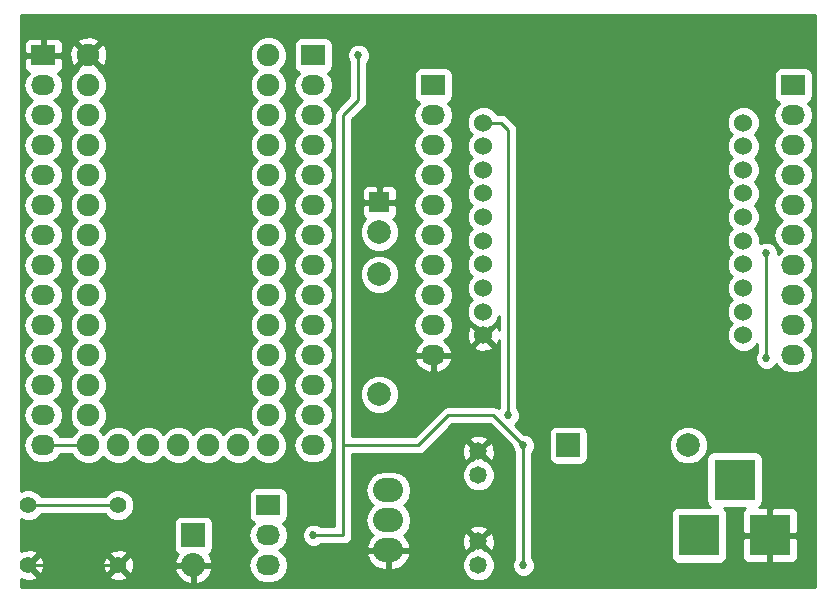
<source format=gbl>
G04 #@! TF.FileFunction,Copper,L2,Bot,Signal*
%FSLAX46Y46*%
G04 Gerber Fmt 4.6, Leading zero omitted, Abs format (unit mm)*
G04 Created by KiCad (PCBNEW (2015-05-10 BZR 5649)-product) date Thursday, May 21, 2015 'PMt' 11:34:54 PM*
%MOMM*%
G01*
G04 APERTURE LIST*
%ADD10C,0.100000*%
%ADD11C,1.480820*%
%ADD12R,3.500120X3.500120*%
%ADD13R,1.699260X1.699260*%
%ADD14C,1.998980*%
%ADD15R,1.998980X1.998980*%
%ADD16C,1.524000*%
%ADD17R,2.032000X2.032000*%
%ADD18O,2.032000X2.032000*%
%ADD19R,2.032000X1.727200*%
%ADD20O,2.032000X1.727200*%
%ADD21O,2.540000X2.032000*%
%ADD22C,1.397000*%
%ADD23C,1.900000*%
%ADD24C,0.685800*%
%ADD25C,0.250000*%
%ADD26C,0.254000*%
G04 APERTURE END LIST*
D10*
D11*
X168910000Y-172704760D03*
X168910000Y-170703240D03*
X168910000Y-165084760D03*
X168910000Y-163083240D03*
D12*
X187601860Y-170180000D03*
X193601340Y-170180000D03*
X190601600Y-165481000D03*
D13*
X160528000Y-141986000D03*
D14*
X160528000Y-144526000D03*
X186690000Y-162557460D03*
D15*
X176530000Y-162557460D03*
D16*
X169340000Y-135240000D03*
X169340000Y-137240000D03*
X169340000Y-141240000D03*
X169340000Y-139240000D03*
X169340000Y-145240000D03*
X169340000Y-147240000D03*
X169340000Y-149240000D03*
X169340000Y-151240000D03*
X169340000Y-153240000D03*
X191340000Y-153240000D03*
X191340000Y-151240000D03*
X191340000Y-149240000D03*
X191340000Y-147240000D03*
X191340000Y-145240000D03*
X191340000Y-143240000D03*
X191340000Y-141240000D03*
X191340000Y-139240000D03*
X191340000Y-137240000D03*
X191340000Y-135240000D03*
X169340000Y-143240000D03*
D17*
X144780000Y-170180000D03*
D18*
X144780000Y-172720000D03*
D19*
X151130000Y-167640000D03*
D20*
X151130000Y-170180000D03*
X151130000Y-172720000D03*
D19*
X165100000Y-132080000D03*
D20*
X165100000Y-134620000D03*
X165100000Y-137160000D03*
X165100000Y-139700000D03*
X165100000Y-142240000D03*
X165100000Y-144780000D03*
X165100000Y-147320000D03*
X165100000Y-149860000D03*
X165100000Y-152400000D03*
X165100000Y-154940000D03*
D19*
X195580000Y-132080000D03*
D20*
X195580000Y-134620000D03*
X195580000Y-137160000D03*
X195580000Y-139700000D03*
X195580000Y-142240000D03*
X195580000Y-144780000D03*
X195580000Y-147320000D03*
X195580000Y-149860000D03*
X195580000Y-152400000D03*
X195580000Y-154940000D03*
D19*
X132080000Y-129540000D03*
D20*
X132080000Y-132080000D03*
X132080000Y-134620000D03*
X132080000Y-137160000D03*
X132080000Y-139700000D03*
X132080000Y-142240000D03*
X132080000Y-144780000D03*
X132080000Y-147320000D03*
X132080000Y-149860000D03*
X132080000Y-152400000D03*
X132080000Y-154940000D03*
X132080000Y-157480000D03*
X132080000Y-160020000D03*
X132080000Y-162560000D03*
D19*
X154940000Y-129540000D03*
D20*
X154940000Y-132080000D03*
X154940000Y-134620000D03*
X154940000Y-137160000D03*
X154940000Y-139700000D03*
X154940000Y-142240000D03*
X154940000Y-144780000D03*
X154940000Y-147320000D03*
X154940000Y-149860000D03*
X154940000Y-152400000D03*
X154940000Y-154940000D03*
X154940000Y-157480000D03*
X154940000Y-160020000D03*
X154940000Y-162560000D03*
D21*
X161290000Y-168910000D03*
X161290000Y-171450000D03*
X161290000Y-166370000D03*
D14*
X160528000Y-158242000D03*
X160528000Y-148082000D03*
D22*
X138430000Y-167640000D03*
X138430000Y-172720000D03*
X130810000Y-167640000D03*
X130810000Y-172720000D03*
D23*
X148590000Y-162560000D03*
X146050000Y-162560000D03*
X143510000Y-162560000D03*
X140970000Y-162560000D03*
X138430000Y-162560000D03*
X135890000Y-132080000D03*
X135890000Y-134620000D03*
X135890000Y-137160000D03*
X135890000Y-139700000D03*
X135890000Y-142240000D03*
X135890000Y-144780000D03*
X135890000Y-147320000D03*
X135890000Y-149860000D03*
X135890000Y-152400000D03*
X135890000Y-154940000D03*
X135890000Y-157480000D03*
X135890000Y-160020000D03*
X135890000Y-162560000D03*
X151130000Y-162560000D03*
X151130000Y-160020000D03*
X151130000Y-157480000D03*
X151130000Y-154940000D03*
X151130000Y-152400000D03*
X151130000Y-149860000D03*
X151130000Y-147320000D03*
X151130000Y-144780000D03*
X151130000Y-142240000D03*
X151130000Y-139700000D03*
X151130000Y-137160000D03*
X151130000Y-134620000D03*
X151130000Y-132080000D03*
X151130000Y-129540000D03*
X135890000Y-129540000D03*
D24*
X154940000Y-170180000D03*
X158750000Y-129540000D03*
X172720000Y-162560000D03*
X172720000Y-172720000D03*
X159258000Y-138430000D03*
X137922000Y-128016000D03*
X140970000Y-171450000D03*
X165608000Y-170688000D03*
X184912000Y-173736000D03*
X174752000Y-165608000D03*
X171450000Y-160020000D03*
X193294000Y-146304000D03*
X193294000Y-155194000D03*
D25*
X158750000Y-129540000D02*
X158750000Y-133350000D01*
X158750000Y-133350000D02*
X157480000Y-134620000D01*
X157480000Y-162560000D02*
X157480000Y-170180000D01*
X157480000Y-134620000D02*
X157480000Y-162560000D01*
X157480000Y-170180000D02*
X154940000Y-170180000D01*
X163830000Y-162560000D02*
X166370000Y-160020000D01*
X166370000Y-160020000D02*
X170180000Y-160020000D01*
X170180000Y-160020000D02*
X172720000Y-162560000D01*
X157480000Y-162560000D02*
X163830000Y-162560000D01*
X172720000Y-162560000D02*
X172720000Y-172720000D01*
X130810000Y-172720000D02*
X138430000Y-172720000D01*
X170800000Y-135240000D02*
X171450000Y-135890000D01*
X171450000Y-135890000D02*
X171450000Y-160020000D01*
X169340000Y-135240000D02*
X170800000Y-135240000D01*
D26*
X193294000Y-155194000D02*
X193294000Y-146304000D01*
D25*
X132080000Y-162560000D02*
X135890000Y-162560000D01*
X130810000Y-167640000D02*
X138430000Y-167640000D01*
D26*
G36*
X197435000Y-174575000D02*
X197263345Y-174575000D01*
X197263345Y-154940000D01*
X197149271Y-154366511D01*
X196824415Y-153880330D01*
X196509634Y-153670000D01*
X196824415Y-153459670D01*
X197149271Y-152973489D01*
X197263345Y-152400000D01*
X197149271Y-151826511D01*
X196824415Y-151340330D01*
X196509634Y-151130000D01*
X196824415Y-150919670D01*
X197149271Y-150433489D01*
X197263345Y-149860000D01*
X197149271Y-149286511D01*
X196824415Y-148800330D01*
X196509634Y-148590000D01*
X196824415Y-148379670D01*
X197149271Y-147893489D01*
X197263345Y-147320000D01*
X197149271Y-146746511D01*
X196824415Y-146260330D01*
X196509634Y-146050000D01*
X196824415Y-145839670D01*
X197149271Y-145353489D01*
X197263345Y-144780000D01*
X197149271Y-144206511D01*
X196824415Y-143720330D01*
X196509634Y-143510000D01*
X196824415Y-143299670D01*
X197149271Y-142813489D01*
X197263345Y-142240000D01*
X197149271Y-141666511D01*
X196824415Y-141180330D01*
X196509634Y-140970000D01*
X196824415Y-140759670D01*
X197149271Y-140273489D01*
X197263345Y-139700000D01*
X197149271Y-139126511D01*
X196824415Y-138640330D01*
X196509634Y-138430000D01*
X196824415Y-138219670D01*
X197149271Y-137733489D01*
X197263345Y-137160000D01*
X197149271Y-136586511D01*
X196824415Y-136100330D01*
X196509634Y-135890000D01*
X196824415Y-135679670D01*
X197149271Y-135193489D01*
X197263345Y-134620000D01*
X197149271Y-134046511D01*
X196824415Y-133560330D01*
X196808632Y-133549784D01*
X196838123Y-133544063D01*
X197050927Y-133404273D01*
X197193377Y-133193240D01*
X197243440Y-132943600D01*
X197243440Y-131216400D01*
X197196463Y-130974277D01*
X197056673Y-130761473D01*
X196845640Y-130619023D01*
X196596000Y-130568960D01*
X194564000Y-130568960D01*
X194321877Y-130615937D01*
X194109073Y-130755727D01*
X193966623Y-130966760D01*
X193916560Y-131216400D01*
X193916560Y-132943600D01*
X193963537Y-133185723D01*
X194103327Y-133398527D01*
X194314360Y-133540977D01*
X194352962Y-133548718D01*
X194335585Y-133560330D01*
X194010729Y-134046511D01*
X193896655Y-134620000D01*
X194010729Y-135193489D01*
X194335585Y-135679670D01*
X194650365Y-135890000D01*
X194335585Y-136100330D01*
X194010729Y-136586511D01*
X193896655Y-137160000D01*
X194010729Y-137733489D01*
X194335585Y-138219670D01*
X194650365Y-138430000D01*
X194335585Y-138640330D01*
X194010729Y-139126511D01*
X193896655Y-139700000D01*
X194010729Y-140273489D01*
X194335585Y-140759670D01*
X194650365Y-140970000D01*
X194335585Y-141180330D01*
X194010729Y-141666511D01*
X193896655Y-142240000D01*
X194010729Y-142813489D01*
X194335585Y-143299670D01*
X194650365Y-143510000D01*
X194335585Y-143720330D01*
X194010729Y-144206511D01*
X193896655Y-144780000D01*
X194010729Y-145353489D01*
X194335585Y-145839670D01*
X194650365Y-146050000D01*
X194335585Y-146260330D01*
X194271855Y-146355708D01*
X194272069Y-146110337D01*
X194123507Y-145750788D01*
X193848659Y-145475460D01*
X193489370Y-145326270D01*
X193100337Y-145325931D01*
X192740788Y-145474493D01*
X192736792Y-145478481D01*
X192737242Y-144963339D01*
X192525010Y-144449697D01*
X192315657Y-144239978D01*
X192523629Y-144032370D01*
X192736757Y-143519100D01*
X192737242Y-142963339D01*
X192525010Y-142449697D01*
X192315657Y-142239978D01*
X192523629Y-142032370D01*
X192736757Y-141519100D01*
X192737242Y-140963339D01*
X192525010Y-140449697D01*
X192315657Y-140239978D01*
X192523629Y-140032370D01*
X192736757Y-139519100D01*
X192737242Y-138963339D01*
X192525010Y-138449697D01*
X192315657Y-138239978D01*
X192523629Y-138032370D01*
X192736757Y-137519100D01*
X192737242Y-136963339D01*
X192525010Y-136449697D01*
X192315657Y-136239978D01*
X192523629Y-136032370D01*
X192736757Y-135519100D01*
X192737242Y-134963339D01*
X192525010Y-134449697D01*
X192132370Y-134056371D01*
X191619100Y-133843243D01*
X191063339Y-133842758D01*
X190549697Y-134054990D01*
X190156371Y-134447630D01*
X189943243Y-134960900D01*
X189942758Y-135516661D01*
X190154990Y-136030303D01*
X190364342Y-136240021D01*
X190156371Y-136447630D01*
X189943243Y-136960900D01*
X189942758Y-137516661D01*
X190154990Y-138030303D01*
X190364342Y-138240021D01*
X190156371Y-138447630D01*
X189943243Y-138960900D01*
X189942758Y-139516661D01*
X190154990Y-140030303D01*
X190364342Y-140240021D01*
X190156371Y-140447630D01*
X189943243Y-140960900D01*
X189942758Y-141516661D01*
X190154990Y-142030303D01*
X190364342Y-142240021D01*
X190156371Y-142447630D01*
X189943243Y-142960900D01*
X189942758Y-143516661D01*
X190154990Y-144030303D01*
X190364342Y-144240021D01*
X190156371Y-144447630D01*
X189943243Y-144960900D01*
X189942758Y-145516661D01*
X190154990Y-146030303D01*
X190364342Y-146240021D01*
X190156371Y-146447630D01*
X189943243Y-146960900D01*
X189942758Y-147516661D01*
X190154990Y-148030303D01*
X190364342Y-148240021D01*
X190156371Y-148447630D01*
X189943243Y-148960900D01*
X189942758Y-149516661D01*
X190154990Y-150030303D01*
X190364342Y-150240021D01*
X190156371Y-150447630D01*
X189943243Y-150960900D01*
X189942758Y-151516661D01*
X190154990Y-152030303D01*
X190364342Y-152240021D01*
X190156371Y-152447630D01*
X189943243Y-152960900D01*
X189942758Y-153516661D01*
X190154990Y-154030303D01*
X190547630Y-154423629D01*
X191060900Y-154636757D01*
X191616661Y-154637242D01*
X192130303Y-154425010D01*
X192523629Y-154032370D01*
X192532000Y-154012210D01*
X192532000Y-154572917D01*
X192465460Y-154639341D01*
X192316270Y-154998630D01*
X192315931Y-155387663D01*
X192464493Y-155747212D01*
X192739341Y-156022540D01*
X193098630Y-156171730D01*
X193487663Y-156172069D01*
X193847212Y-156023507D01*
X194122540Y-155748659D01*
X194139911Y-155706824D01*
X194335585Y-155999670D01*
X194821766Y-156324526D01*
X195395255Y-156438600D01*
X195764745Y-156438600D01*
X196338234Y-156324526D01*
X196824415Y-155999670D01*
X197149271Y-155513489D01*
X197263345Y-154940000D01*
X197263345Y-174575000D01*
X195986400Y-174575000D01*
X195986400Y-172056370D01*
X195986400Y-171803751D01*
X195986400Y-170465750D01*
X195986400Y-169894250D01*
X195986400Y-168556249D01*
X195986400Y-168303630D01*
X195889727Y-168070241D01*
X195711098Y-167891613D01*
X195477709Y-167794940D01*
X193887090Y-167794940D01*
X193728340Y-167953690D01*
X193728340Y-170053000D01*
X195827650Y-170053000D01*
X195986400Y-169894250D01*
X195986400Y-170465750D01*
X195827650Y-170307000D01*
X193728340Y-170307000D01*
X193728340Y-172406310D01*
X193887090Y-172565060D01*
X195477709Y-172565060D01*
X195711098Y-172468387D01*
X195889727Y-172289759D01*
X195986400Y-172056370D01*
X195986400Y-174575000D01*
X193474340Y-174575000D01*
X193474340Y-172406310D01*
X193474340Y-170307000D01*
X193474340Y-170053000D01*
X193474340Y-167953690D01*
X193315590Y-167794940D01*
X192649473Y-167794940D01*
X192806587Y-167691733D01*
X192949037Y-167480700D01*
X192999100Y-167231060D01*
X192999100Y-163730940D01*
X192952123Y-163488817D01*
X192812333Y-163276013D01*
X192601300Y-163133563D01*
X192351660Y-163083500D01*
X188851540Y-163083500D01*
X188609417Y-163130477D01*
X188396613Y-163270267D01*
X188324774Y-163376693D01*
X188324774Y-162233766D01*
X188076462Y-161632805D01*
X187617073Y-161172614D01*
X187016547Y-160923254D01*
X186366306Y-160922686D01*
X185765345Y-161170998D01*
X185305154Y-161630387D01*
X185055794Y-162230913D01*
X185055226Y-162881154D01*
X185303538Y-163482115D01*
X185762927Y-163942306D01*
X186363453Y-164191666D01*
X187013694Y-164192234D01*
X187614655Y-163943922D01*
X188074846Y-163484533D01*
X188324206Y-162884007D01*
X188324774Y-162233766D01*
X188324774Y-163376693D01*
X188254163Y-163481300D01*
X188204100Y-163730940D01*
X188204100Y-167231060D01*
X188251077Y-167473183D01*
X188390867Y-167685987D01*
X188533846Y-167782500D01*
X185851800Y-167782500D01*
X185609677Y-167829477D01*
X185396873Y-167969267D01*
X185254423Y-168180300D01*
X185204360Y-168429940D01*
X185204360Y-171930060D01*
X185251337Y-172172183D01*
X185391127Y-172384987D01*
X185602160Y-172527437D01*
X185851800Y-172577500D01*
X189351920Y-172577500D01*
X189594043Y-172530523D01*
X189806847Y-172390733D01*
X189949297Y-172179700D01*
X189999360Y-171930060D01*
X189999360Y-168429940D01*
X189952383Y-168187817D01*
X189812593Y-167975013D01*
X189669613Y-167878500D01*
X191523239Y-167878500D01*
X191491582Y-167891613D01*
X191312953Y-168070241D01*
X191216280Y-168303630D01*
X191216280Y-168556249D01*
X191216280Y-169894250D01*
X191375030Y-170053000D01*
X193474340Y-170053000D01*
X193474340Y-170307000D01*
X191375030Y-170307000D01*
X191216280Y-170465750D01*
X191216280Y-171803751D01*
X191216280Y-172056370D01*
X191312953Y-172289759D01*
X191491582Y-172468387D01*
X191724971Y-172565060D01*
X193315590Y-172565060D01*
X193474340Y-172406310D01*
X193474340Y-174575000D01*
X178176930Y-174575000D01*
X178176930Y-163556950D01*
X178176930Y-161557970D01*
X178129953Y-161315847D01*
X177990163Y-161103043D01*
X177779130Y-160960593D01*
X177529490Y-160910530D01*
X175530510Y-160910530D01*
X175288387Y-160957507D01*
X175075583Y-161097297D01*
X174933133Y-161308330D01*
X174883070Y-161557970D01*
X174883070Y-163556950D01*
X174930047Y-163799073D01*
X175069837Y-164011877D01*
X175280870Y-164154327D01*
X175530510Y-164204390D01*
X177529490Y-164204390D01*
X177771613Y-164157413D01*
X177984417Y-164017623D01*
X178126867Y-163806590D01*
X178176930Y-163556950D01*
X178176930Y-174575000D01*
X173698069Y-174575000D01*
X173698069Y-172526337D01*
X173549507Y-172166788D01*
X173480000Y-172097159D01*
X173480000Y-163183079D01*
X173548540Y-163114659D01*
X173697730Y-162755370D01*
X173698069Y-162366337D01*
X173549507Y-162006788D01*
X173274659Y-161731460D01*
X172915370Y-161582270D01*
X172816986Y-161582184D01*
X172043795Y-160808993D01*
X172278540Y-160574659D01*
X172427730Y-160215370D01*
X172428069Y-159826337D01*
X172279507Y-159466788D01*
X172210000Y-159397159D01*
X172210000Y-135890000D01*
X172152148Y-135599161D01*
X171987401Y-135352599D01*
X171337401Y-134702599D01*
X171090839Y-134537852D01*
X170800000Y-134480000D01*
X170537530Y-134480000D01*
X170525010Y-134449697D01*
X170132370Y-134056371D01*
X169619100Y-133843243D01*
X169063339Y-133842758D01*
X168549697Y-134054990D01*
X168156371Y-134447630D01*
X167943243Y-134960900D01*
X167942758Y-135516661D01*
X168154990Y-136030303D01*
X168364342Y-136240021D01*
X168156371Y-136447630D01*
X167943243Y-136960900D01*
X167942758Y-137516661D01*
X168154990Y-138030303D01*
X168364342Y-138240021D01*
X168156371Y-138447630D01*
X167943243Y-138960900D01*
X167942758Y-139516661D01*
X168154990Y-140030303D01*
X168364342Y-140240021D01*
X168156371Y-140447630D01*
X167943243Y-140960900D01*
X167942758Y-141516661D01*
X168154990Y-142030303D01*
X168364342Y-142240021D01*
X168156371Y-142447630D01*
X167943243Y-142960900D01*
X167942758Y-143516661D01*
X168154990Y-144030303D01*
X168364342Y-144240021D01*
X168156371Y-144447630D01*
X167943243Y-144960900D01*
X167942758Y-145516661D01*
X168154990Y-146030303D01*
X168364342Y-146240021D01*
X168156371Y-146447630D01*
X167943243Y-146960900D01*
X167942758Y-147516661D01*
X168154990Y-148030303D01*
X168364342Y-148240021D01*
X168156371Y-148447630D01*
X167943243Y-148960900D01*
X167942758Y-149516661D01*
X168154990Y-150030303D01*
X168364342Y-150240021D01*
X168156371Y-150447630D01*
X167943243Y-150960900D01*
X167942758Y-151516661D01*
X168154990Y-152030303D01*
X168547630Y-152423629D01*
X168813726Y-152534121D01*
X169340000Y-153060395D01*
X169866302Y-152534092D01*
X170130303Y-152425010D01*
X170523629Y-152032370D01*
X170690000Y-151631703D01*
X170690000Y-152816917D01*
X170562397Y-152508857D01*
X170320213Y-152439392D01*
X169519605Y-153240000D01*
X170320213Y-154040608D01*
X170562397Y-153971143D01*
X170690000Y-153613476D01*
X170690000Y-159396920D01*
X170649572Y-159437277D01*
X170470839Y-159317852D01*
X170180000Y-159260000D01*
X170140608Y-159260000D01*
X170140608Y-154220213D01*
X169340000Y-153419605D01*
X169160395Y-153599210D01*
X169160395Y-153240000D01*
X168359787Y-152439392D01*
X168117603Y-152508857D01*
X167930856Y-153032302D01*
X167958638Y-153587368D01*
X168117603Y-153971143D01*
X168359787Y-154040608D01*
X169160395Y-153240000D01*
X169160395Y-153599210D01*
X168539392Y-154220213D01*
X168608857Y-154462397D01*
X169132302Y-154649144D01*
X169687368Y-154621362D01*
X170071143Y-154462397D01*
X170140608Y-154220213D01*
X170140608Y-159260000D01*
X166783345Y-159260000D01*
X166783345Y-152400000D01*
X166669271Y-151826511D01*
X166344415Y-151340330D01*
X166029634Y-151130000D01*
X166344415Y-150919670D01*
X166669271Y-150433489D01*
X166783345Y-149860000D01*
X166669271Y-149286511D01*
X166344415Y-148800330D01*
X166029634Y-148590000D01*
X166344415Y-148379670D01*
X166669271Y-147893489D01*
X166783345Y-147320000D01*
X166669271Y-146746511D01*
X166344415Y-146260330D01*
X166029634Y-146050000D01*
X166344415Y-145839670D01*
X166669271Y-145353489D01*
X166783345Y-144780000D01*
X166669271Y-144206511D01*
X166344415Y-143720330D01*
X166029634Y-143510000D01*
X166344415Y-143299670D01*
X166669271Y-142813489D01*
X166783345Y-142240000D01*
X166669271Y-141666511D01*
X166344415Y-141180330D01*
X166029634Y-140970000D01*
X166344415Y-140759670D01*
X166669271Y-140273489D01*
X166783345Y-139700000D01*
X166669271Y-139126511D01*
X166344415Y-138640330D01*
X166029634Y-138430000D01*
X166344415Y-138219670D01*
X166669271Y-137733489D01*
X166783345Y-137160000D01*
X166669271Y-136586511D01*
X166344415Y-136100330D01*
X166029634Y-135890000D01*
X166344415Y-135679670D01*
X166669271Y-135193489D01*
X166783345Y-134620000D01*
X166669271Y-134046511D01*
X166344415Y-133560330D01*
X166328632Y-133549784D01*
X166358123Y-133544063D01*
X166570927Y-133404273D01*
X166713377Y-133193240D01*
X166763440Y-132943600D01*
X166763440Y-131216400D01*
X166716463Y-130974277D01*
X166576673Y-130761473D01*
X166365640Y-130619023D01*
X166116000Y-130568960D01*
X164084000Y-130568960D01*
X163841877Y-130615937D01*
X163629073Y-130755727D01*
X163486623Y-130966760D01*
X163436560Y-131216400D01*
X163436560Y-132943600D01*
X163483537Y-133185723D01*
X163623327Y-133398527D01*
X163834360Y-133540977D01*
X163872962Y-133548718D01*
X163855585Y-133560330D01*
X163530729Y-134046511D01*
X163416655Y-134620000D01*
X163530729Y-135193489D01*
X163855585Y-135679670D01*
X164170365Y-135890000D01*
X163855585Y-136100330D01*
X163530729Y-136586511D01*
X163416655Y-137160000D01*
X163530729Y-137733489D01*
X163855585Y-138219670D01*
X164170365Y-138430000D01*
X163855585Y-138640330D01*
X163530729Y-139126511D01*
X163416655Y-139700000D01*
X163530729Y-140273489D01*
X163855585Y-140759670D01*
X164170365Y-140970000D01*
X163855585Y-141180330D01*
X163530729Y-141666511D01*
X163416655Y-142240000D01*
X163530729Y-142813489D01*
X163855585Y-143299670D01*
X164170365Y-143510000D01*
X163855585Y-143720330D01*
X163530729Y-144206511D01*
X163416655Y-144780000D01*
X163530729Y-145353489D01*
X163855585Y-145839670D01*
X164170365Y-146050000D01*
X163855585Y-146260330D01*
X163530729Y-146746511D01*
X163416655Y-147320000D01*
X163530729Y-147893489D01*
X163855585Y-148379670D01*
X164170365Y-148590000D01*
X163855585Y-148800330D01*
X163530729Y-149286511D01*
X163416655Y-149860000D01*
X163530729Y-150433489D01*
X163855585Y-150919670D01*
X164170365Y-151130000D01*
X163855585Y-151340330D01*
X163530729Y-151826511D01*
X163416655Y-152400000D01*
X163530729Y-152973489D01*
X163855585Y-153459670D01*
X164165069Y-153666460D01*
X163749268Y-154037964D01*
X163495291Y-154565209D01*
X163492642Y-154580974D01*
X163613783Y-154813000D01*
X164973000Y-154813000D01*
X164973000Y-154793000D01*
X165227000Y-154793000D01*
X165227000Y-154813000D01*
X166586217Y-154813000D01*
X166707358Y-154580974D01*
X166704709Y-154565209D01*
X166450732Y-154037964D01*
X166034930Y-153666460D01*
X166344415Y-153459670D01*
X166669271Y-152973489D01*
X166783345Y-152400000D01*
X166783345Y-159260000D01*
X166707358Y-159260000D01*
X166707358Y-155299026D01*
X166586217Y-155067000D01*
X165227000Y-155067000D01*
X165227000Y-156280924D01*
X165461913Y-156425184D01*
X166014320Y-156231954D01*
X166450732Y-155842036D01*
X166704709Y-155314791D01*
X166707358Y-155299026D01*
X166707358Y-159260000D01*
X166370000Y-159260000D01*
X166127413Y-159308253D01*
X166079160Y-159317852D01*
X165832599Y-159482599D01*
X164973000Y-160342198D01*
X164973000Y-156280924D01*
X164973000Y-155067000D01*
X163613783Y-155067000D01*
X163492642Y-155299026D01*
X163495291Y-155314791D01*
X163749268Y-155842036D01*
X164185680Y-156231954D01*
X164738087Y-156425184D01*
X164973000Y-156280924D01*
X164973000Y-160342198D01*
X163515198Y-161800000D01*
X162162774Y-161800000D01*
X162162774Y-157918306D01*
X162162774Y-147758306D01*
X162162774Y-144202306D01*
X161914462Y-143601345D01*
X161702055Y-143388567D01*
X161737328Y-143373957D01*
X161915957Y-143195329D01*
X162012630Y-142961940D01*
X162012630Y-142709321D01*
X162012630Y-142271750D01*
X162012630Y-141700250D01*
X162012630Y-141262679D01*
X162012630Y-141010060D01*
X161915957Y-140776671D01*
X161737328Y-140598043D01*
X161503939Y-140501370D01*
X160813750Y-140501370D01*
X160655000Y-140660120D01*
X160655000Y-141859000D01*
X161853880Y-141859000D01*
X162012630Y-141700250D01*
X162012630Y-142271750D01*
X161853880Y-142113000D01*
X160655000Y-142113000D01*
X160655000Y-142133000D01*
X160401000Y-142133000D01*
X160401000Y-142113000D01*
X160401000Y-141859000D01*
X160401000Y-140660120D01*
X160242250Y-140501370D01*
X159552061Y-140501370D01*
X159318672Y-140598043D01*
X159140043Y-140776671D01*
X159043370Y-141010060D01*
X159043370Y-141262679D01*
X159043370Y-141700250D01*
X159202120Y-141859000D01*
X160401000Y-141859000D01*
X160401000Y-142113000D01*
X159202120Y-142113000D01*
X159043370Y-142271750D01*
X159043370Y-142709321D01*
X159043370Y-142961940D01*
X159140043Y-143195329D01*
X159318672Y-143373957D01*
X159353899Y-143388548D01*
X159143154Y-143598927D01*
X158893794Y-144199453D01*
X158893226Y-144849694D01*
X159141538Y-145450655D01*
X159600927Y-145910846D01*
X160201453Y-146160206D01*
X160851694Y-146160774D01*
X161452655Y-145912462D01*
X161912846Y-145453073D01*
X162162206Y-144852547D01*
X162162774Y-144202306D01*
X162162774Y-147758306D01*
X161914462Y-147157345D01*
X161455073Y-146697154D01*
X160854547Y-146447794D01*
X160204306Y-146447226D01*
X159603345Y-146695538D01*
X159143154Y-147154927D01*
X158893794Y-147755453D01*
X158893226Y-148405694D01*
X159141538Y-149006655D01*
X159600927Y-149466846D01*
X160201453Y-149716206D01*
X160851694Y-149716774D01*
X161452655Y-149468462D01*
X161912846Y-149009073D01*
X162162206Y-148408547D01*
X162162774Y-147758306D01*
X162162774Y-157918306D01*
X161914462Y-157317345D01*
X161455073Y-156857154D01*
X160854547Y-156607794D01*
X160204306Y-156607226D01*
X159603345Y-156855538D01*
X159143154Y-157314927D01*
X158893794Y-157915453D01*
X158893226Y-158565694D01*
X159141538Y-159166655D01*
X159600927Y-159626846D01*
X160201453Y-159876206D01*
X160851694Y-159876774D01*
X161452655Y-159628462D01*
X161912846Y-159169073D01*
X162162206Y-158568547D01*
X162162774Y-157918306D01*
X162162774Y-161800000D01*
X158240000Y-161800000D01*
X158240000Y-134934802D01*
X159287401Y-133887401D01*
X159452148Y-133640840D01*
X159452148Y-133640839D01*
X159510000Y-133350000D01*
X159510000Y-130163079D01*
X159578540Y-130094659D01*
X159727730Y-129735370D01*
X159728069Y-129346337D01*
X159579507Y-128986788D01*
X159304659Y-128711460D01*
X158945370Y-128562270D01*
X158556337Y-128561931D01*
X158196788Y-128710493D01*
X157921460Y-128985341D01*
X157772270Y-129344630D01*
X157771931Y-129733663D01*
X157920493Y-130093212D01*
X157990000Y-130162840D01*
X157990000Y-133035198D01*
X156942599Y-134082599D01*
X156777852Y-134329161D01*
X156720000Y-134620000D01*
X156720000Y-162560000D01*
X156720000Y-169420000D01*
X156623345Y-169420000D01*
X156623345Y-162560000D01*
X156509271Y-161986511D01*
X156184415Y-161500330D01*
X155869634Y-161290000D01*
X156184415Y-161079670D01*
X156509271Y-160593489D01*
X156623345Y-160020000D01*
X156509271Y-159446511D01*
X156184415Y-158960330D01*
X155869634Y-158750000D01*
X156184415Y-158539670D01*
X156509271Y-158053489D01*
X156623345Y-157480000D01*
X156509271Y-156906511D01*
X156184415Y-156420330D01*
X155869634Y-156210000D01*
X156184415Y-155999670D01*
X156509271Y-155513489D01*
X156623345Y-154940000D01*
X156509271Y-154366511D01*
X156184415Y-153880330D01*
X155869634Y-153670000D01*
X156184415Y-153459670D01*
X156509271Y-152973489D01*
X156623345Y-152400000D01*
X156509271Y-151826511D01*
X156184415Y-151340330D01*
X155869634Y-151130000D01*
X156184415Y-150919670D01*
X156509271Y-150433489D01*
X156623345Y-149860000D01*
X156509271Y-149286511D01*
X156184415Y-148800330D01*
X155869634Y-148590000D01*
X156184415Y-148379670D01*
X156509271Y-147893489D01*
X156623345Y-147320000D01*
X156509271Y-146746511D01*
X156184415Y-146260330D01*
X155869634Y-146050000D01*
X156184415Y-145839670D01*
X156509271Y-145353489D01*
X156623345Y-144780000D01*
X156509271Y-144206511D01*
X156184415Y-143720330D01*
X155869634Y-143510000D01*
X156184415Y-143299670D01*
X156509271Y-142813489D01*
X156623345Y-142240000D01*
X156509271Y-141666511D01*
X156184415Y-141180330D01*
X155869634Y-140970000D01*
X156184415Y-140759670D01*
X156509271Y-140273489D01*
X156623345Y-139700000D01*
X156509271Y-139126511D01*
X156184415Y-138640330D01*
X155869634Y-138430000D01*
X156184415Y-138219670D01*
X156509271Y-137733489D01*
X156623345Y-137160000D01*
X156509271Y-136586511D01*
X156184415Y-136100330D01*
X155869634Y-135890000D01*
X156184415Y-135679670D01*
X156509271Y-135193489D01*
X156623345Y-134620000D01*
X156509271Y-134046511D01*
X156184415Y-133560330D01*
X155869634Y-133350000D01*
X156184415Y-133139670D01*
X156509271Y-132653489D01*
X156623345Y-132080000D01*
X156509271Y-131506511D01*
X156184415Y-131020330D01*
X156168632Y-131009784D01*
X156198123Y-131004063D01*
X156410927Y-130864273D01*
X156553377Y-130653240D01*
X156603440Y-130403600D01*
X156603440Y-128676400D01*
X156556463Y-128434277D01*
X156416673Y-128221473D01*
X156205640Y-128079023D01*
X155956000Y-128028960D01*
X153924000Y-128028960D01*
X153681877Y-128075937D01*
X153469073Y-128215727D01*
X153326623Y-128426760D01*
X153276560Y-128676400D01*
X153276560Y-130403600D01*
X153323537Y-130645723D01*
X153463327Y-130858527D01*
X153674360Y-131000977D01*
X153712962Y-131008718D01*
X153695585Y-131020330D01*
X153370729Y-131506511D01*
X153256655Y-132080000D01*
X153370729Y-132653489D01*
X153695585Y-133139670D01*
X154010365Y-133350000D01*
X153695585Y-133560330D01*
X153370729Y-134046511D01*
X153256655Y-134620000D01*
X153370729Y-135193489D01*
X153695585Y-135679670D01*
X154010365Y-135890000D01*
X153695585Y-136100330D01*
X153370729Y-136586511D01*
X153256655Y-137160000D01*
X153370729Y-137733489D01*
X153695585Y-138219670D01*
X154010365Y-138430000D01*
X153695585Y-138640330D01*
X153370729Y-139126511D01*
X153256655Y-139700000D01*
X153370729Y-140273489D01*
X153695585Y-140759670D01*
X154010365Y-140970000D01*
X153695585Y-141180330D01*
X153370729Y-141666511D01*
X153256655Y-142240000D01*
X153370729Y-142813489D01*
X153695585Y-143299670D01*
X154010365Y-143510000D01*
X153695585Y-143720330D01*
X153370729Y-144206511D01*
X153256655Y-144780000D01*
X153370729Y-145353489D01*
X153695585Y-145839670D01*
X154010365Y-146050000D01*
X153695585Y-146260330D01*
X153370729Y-146746511D01*
X153256655Y-147320000D01*
X153370729Y-147893489D01*
X153695585Y-148379670D01*
X154010365Y-148590000D01*
X153695585Y-148800330D01*
X153370729Y-149286511D01*
X153256655Y-149860000D01*
X153370729Y-150433489D01*
X153695585Y-150919670D01*
X154010365Y-151130000D01*
X153695585Y-151340330D01*
X153370729Y-151826511D01*
X153256655Y-152400000D01*
X153370729Y-152973489D01*
X153695585Y-153459670D01*
X154010365Y-153670000D01*
X153695585Y-153880330D01*
X153370729Y-154366511D01*
X153256655Y-154940000D01*
X153370729Y-155513489D01*
X153695585Y-155999670D01*
X154010365Y-156210000D01*
X153695585Y-156420330D01*
X153370729Y-156906511D01*
X153256655Y-157480000D01*
X153370729Y-158053489D01*
X153695585Y-158539670D01*
X154010365Y-158750000D01*
X153695585Y-158960330D01*
X153370729Y-159446511D01*
X153256655Y-160020000D01*
X153370729Y-160593489D01*
X153695585Y-161079670D01*
X154010365Y-161290000D01*
X153695585Y-161500330D01*
X153370729Y-161986511D01*
X153256655Y-162560000D01*
X153370729Y-163133489D01*
X153695585Y-163619670D01*
X154181766Y-163944526D01*
X154755255Y-164058600D01*
X155124745Y-164058600D01*
X155698234Y-163944526D01*
X156184415Y-163619670D01*
X156509271Y-163133489D01*
X156623345Y-162560000D01*
X156623345Y-169420000D01*
X155563079Y-169420000D01*
X155494659Y-169351460D01*
X155135370Y-169202270D01*
X154746337Y-169201931D01*
X154386788Y-169350493D01*
X154111460Y-169625341D01*
X153962270Y-169984630D01*
X153961931Y-170373663D01*
X154110493Y-170733212D01*
X154385341Y-171008540D01*
X154744630Y-171157730D01*
X155133663Y-171158069D01*
X155493212Y-171009507D01*
X155562840Y-170940000D01*
X157480000Y-170940000D01*
X157770839Y-170882148D01*
X158017401Y-170717401D01*
X158182148Y-170470839D01*
X158240000Y-170180000D01*
X158240000Y-163320000D01*
X163830000Y-163320000D01*
X164120839Y-163262148D01*
X164367401Y-163097401D01*
X166684802Y-160780000D01*
X169865198Y-160780000D01*
X171742015Y-162656817D01*
X171741931Y-162753663D01*
X171890493Y-163113212D01*
X171960000Y-163182840D01*
X171960000Y-172096920D01*
X171891460Y-172165341D01*
X171742270Y-172524630D01*
X171741931Y-172913663D01*
X171890493Y-173273212D01*
X172165341Y-173548540D01*
X172524630Y-173697730D01*
X172913663Y-173698069D01*
X173273212Y-173549507D01*
X173548540Y-173274659D01*
X173697730Y-172915370D01*
X173698069Y-172526337D01*
X173698069Y-174575000D01*
X170297652Y-174575000D01*
X170297652Y-170905777D01*
X170297652Y-163285777D01*
X170269531Y-162739328D01*
X170114516Y-162365089D01*
X169874567Y-162298278D01*
X169694962Y-162477883D01*
X169694962Y-162118673D01*
X169628151Y-161878724D01*
X169112537Y-161695588D01*
X168566088Y-161723709D01*
X168191849Y-161878724D01*
X168125038Y-162118673D01*
X168910000Y-162903635D01*
X169694962Y-162118673D01*
X169694962Y-162477883D01*
X169089605Y-163083240D01*
X169874567Y-163868202D01*
X170114516Y-163801391D01*
X170297652Y-163285777D01*
X170297652Y-170905777D01*
X170285648Y-170672514D01*
X170285648Y-164812374D01*
X170076696Y-164306671D01*
X169690124Y-163919424D01*
X169478850Y-163831695D01*
X168910000Y-163262845D01*
X168730395Y-163442449D01*
X168730395Y-163083240D01*
X167945433Y-162298278D01*
X167705484Y-162365089D01*
X167522348Y-162880703D01*
X167550469Y-163427152D01*
X167705484Y-163801391D01*
X167945433Y-163868202D01*
X168730395Y-163083240D01*
X168730395Y-163442449D01*
X168341297Y-163831547D01*
X168131911Y-163918064D01*
X167744664Y-164304636D01*
X167534829Y-164809974D01*
X167534352Y-165357146D01*
X167743304Y-165862849D01*
X168129876Y-166250096D01*
X168635214Y-166459931D01*
X169182386Y-166460408D01*
X169688089Y-166251456D01*
X170075336Y-165864884D01*
X170285171Y-165359546D01*
X170285648Y-164812374D01*
X170285648Y-170672514D01*
X170269531Y-170359328D01*
X170114516Y-169985089D01*
X169874567Y-169918278D01*
X169694962Y-170097883D01*
X169694962Y-169738673D01*
X169628151Y-169498724D01*
X169112537Y-169315588D01*
X168566088Y-169343709D01*
X168191849Y-169498724D01*
X168125038Y-169738673D01*
X168910000Y-170523635D01*
X169694962Y-169738673D01*
X169694962Y-170097883D01*
X169089605Y-170703240D01*
X169874567Y-171488202D01*
X170114516Y-171421391D01*
X170297652Y-170905777D01*
X170297652Y-174575000D01*
X170285648Y-174575000D01*
X170285648Y-172432374D01*
X170076696Y-171926671D01*
X169690124Y-171539424D01*
X169478850Y-171451695D01*
X168910000Y-170882845D01*
X168730395Y-171062449D01*
X168730395Y-170703240D01*
X167945433Y-169918278D01*
X167705484Y-169985089D01*
X167522348Y-170500703D01*
X167550469Y-171047152D01*
X167705484Y-171421391D01*
X167945433Y-171488202D01*
X168730395Y-170703240D01*
X168730395Y-171062449D01*
X168341297Y-171451547D01*
X168131911Y-171538064D01*
X167744664Y-171924636D01*
X167534829Y-172429974D01*
X167534352Y-172977146D01*
X167743304Y-173482849D01*
X168129876Y-173870096D01*
X168635214Y-174079931D01*
X169182386Y-174080408D01*
X169688089Y-173871456D01*
X170075336Y-173484884D01*
X170285171Y-172979546D01*
X170285648Y-172432374D01*
X170285648Y-174575000D01*
X163232321Y-174575000D01*
X163232321Y-168910000D01*
X163106646Y-168278190D01*
X162748754Y-167742567D01*
X162595251Y-167640000D01*
X162748754Y-167537433D01*
X163106646Y-167001810D01*
X163232321Y-166370000D01*
X163106646Y-165738190D01*
X162748754Y-165202567D01*
X162213131Y-164844675D01*
X161581321Y-164719000D01*
X160998679Y-164719000D01*
X160366869Y-164844675D01*
X159831246Y-165202567D01*
X159473354Y-165738190D01*
X159347679Y-166370000D01*
X159473354Y-167001810D01*
X159831246Y-167537433D01*
X159984748Y-167640000D01*
X159831246Y-167742567D01*
X159473354Y-168278190D01*
X159347679Y-168910000D01*
X159473354Y-169541810D01*
X159831246Y-170077433D01*
X160005781Y-170194053D01*
X159778764Y-170372370D01*
X159462074Y-170935523D01*
X159430025Y-171067056D01*
X159549164Y-171323000D01*
X161163000Y-171323000D01*
X161163000Y-171303000D01*
X161417000Y-171303000D01*
X161417000Y-171323000D01*
X163030836Y-171323000D01*
X163149975Y-171067056D01*
X163117926Y-170935523D01*
X162801236Y-170372370D01*
X162574218Y-170194053D01*
X162748754Y-170077433D01*
X163106646Y-169541810D01*
X163232321Y-168910000D01*
X163232321Y-174575000D01*
X163149975Y-174575000D01*
X163149975Y-171832944D01*
X163030836Y-171577000D01*
X161417000Y-171577000D01*
X161417000Y-173101000D01*
X161671000Y-173101000D01*
X162293143Y-172926724D01*
X162801236Y-172527630D01*
X163117926Y-171964477D01*
X163149975Y-171832944D01*
X163149975Y-174575000D01*
X161163000Y-174575000D01*
X161163000Y-173101000D01*
X161163000Y-171577000D01*
X159549164Y-171577000D01*
X159430025Y-171832944D01*
X159462074Y-171964477D01*
X159778764Y-172527630D01*
X160286857Y-172926724D01*
X160909000Y-173101000D01*
X161163000Y-173101000D01*
X161163000Y-174575000D01*
X152813345Y-174575000D01*
X152813345Y-172720000D01*
X152699271Y-172146511D01*
X152374415Y-171660330D01*
X152059634Y-171450000D01*
X152374415Y-171239670D01*
X152699271Y-170753489D01*
X152813345Y-170180000D01*
X152699271Y-169606511D01*
X152374415Y-169120330D01*
X152358632Y-169109784D01*
X152388123Y-169104063D01*
X152600927Y-168964273D01*
X152743377Y-168753240D01*
X152793440Y-168503600D01*
X152793440Y-166776400D01*
X152746463Y-166534277D01*
X152715275Y-166486799D01*
X152715275Y-162246107D01*
X152474481Y-161663343D01*
X152101529Y-161289739D01*
X152472914Y-160919003D01*
X152714724Y-160336659D01*
X152715275Y-159706107D01*
X152474481Y-159123343D01*
X152101529Y-158749739D01*
X152472914Y-158379003D01*
X152714724Y-157796659D01*
X152715275Y-157166107D01*
X152474481Y-156583343D01*
X152101529Y-156209739D01*
X152472914Y-155839003D01*
X152714724Y-155256659D01*
X152715275Y-154626107D01*
X152474481Y-154043343D01*
X152101529Y-153669739D01*
X152472914Y-153299003D01*
X152714724Y-152716659D01*
X152715275Y-152086107D01*
X152474481Y-151503343D01*
X152101529Y-151129739D01*
X152472914Y-150759003D01*
X152714724Y-150176659D01*
X152715275Y-149546107D01*
X152474481Y-148963343D01*
X152101529Y-148589739D01*
X152472914Y-148219003D01*
X152714724Y-147636659D01*
X152715275Y-147006107D01*
X152474481Y-146423343D01*
X152101529Y-146049739D01*
X152472914Y-145679003D01*
X152714724Y-145096659D01*
X152715275Y-144466107D01*
X152474481Y-143883343D01*
X152101529Y-143509739D01*
X152472914Y-143139003D01*
X152714724Y-142556659D01*
X152715275Y-141926107D01*
X152474481Y-141343343D01*
X152101529Y-140969739D01*
X152472914Y-140599003D01*
X152714724Y-140016659D01*
X152715275Y-139386107D01*
X152474481Y-138803343D01*
X152101529Y-138429739D01*
X152472914Y-138059003D01*
X152714724Y-137476659D01*
X152715275Y-136846107D01*
X152474481Y-136263343D01*
X152101529Y-135889739D01*
X152472914Y-135519003D01*
X152714724Y-134936659D01*
X152715275Y-134306107D01*
X152474481Y-133723343D01*
X152101529Y-133349739D01*
X152472914Y-132979003D01*
X152714724Y-132396659D01*
X152715275Y-131766107D01*
X152474481Y-131183343D01*
X152101529Y-130809739D01*
X152472914Y-130439003D01*
X152714724Y-129856659D01*
X152715275Y-129226107D01*
X152474481Y-128643343D01*
X152029003Y-128197086D01*
X151446659Y-127955276D01*
X150816107Y-127954725D01*
X150233343Y-128195519D01*
X149787086Y-128640997D01*
X149545276Y-129223341D01*
X149544725Y-129853893D01*
X149785519Y-130436657D01*
X150158470Y-130810260D01*
X149787086Y-131180997D01*
X149545276Y-131763341D01*
X149544725Y-132393893D01*
X149785519Y-132976657D01*
X150158470Y-133350260D01*
X149787086Y-133720997D01*
X149545276Y-134303341D01*
X149544725Y-134933893D01*
X149785519Y-135516657D01*
X150158470Y-135890260D01*
X149787086Y-136260997D01*
X149545276Y-136843341D01*
X149544725Y-137473893D01*
X149785519Y-138056657D01*
X150158470Y-138430260D01*
X149787086Y-138800997D01*
X149545276Y-139383341D01*
X149544725Y-140013893D01*
X149785519Y-140596657D01*
X150158470Y-140970260D01*
X149787086Y-141340997D01*
X149545276Y-141923341D01*
X149544725Y-142553893D01*
X149785519Y-143136657D01*
X150158470Y-143510260D01*
X149787086Y-143880997D01*
X149545276Y-144463341D01*
X149544725Y-145093893D01*
X149785519Y-145676657D01*
X150158470Y-146050260D01*
X149787086Y-146420997D01*
X149545276Y-147003341D01*
X149544725Y-147633893D01*
X149785519Y-148216657D01*
X150158470Y-148590260D01*
X149787086Y-148960997D01*
X149545276Y-149543341D01*
X149544725Y-150173893D01*
X149785519Y-150756657D01*
X150158470Y-151130260D01*
X149787086Y-151500997D01*
X149545276Y-152083341D01*
X149544725Y-152713893D01*
X149785519Y-153296657D01*
X150158470Y-153670260D01*
X149787086Y-154040997D01*
X149545276Y-154623341D01*
X149544725Y-155253893D01*
X149785519Y-155836657D01*
X150158470Y-156210260D01*
X149787086Y-156580997D01*
X149545276Y-157163341D01*
X149544725Y-157793893D01*
X149785519Y-158376657D01*
X150158470Y-158750260D01*
X149787086Y-159120997D01*
X149545276Y-159703341D01*
X149544725Y-160333893D01*
X149785519Y-160916657D01*
X150158470Y-161290260D01*
X149859739Y-161588470D01*
X149489003Y-161217086D01*
X148906659Y-160975276D01*
X148276107Y-160974725D01*
X147693343Y-161215519D01*
X147319739Y-161588470D01*
X146949003Y-161217086D01*
X146366659Y-160975276D01*
X145736107Y-160974725D01*
X145153343Y-161215519D01*
X144779739Y-161588470D01*
X144409003Y-161217086D01*
X143826659Y-160975276D01*
X143196107Y-160974725D01*
X142613343Y-161215519D01*
X142239739Y-161588470D01*
X141869003Y-161217086D01*
X141286659Y-160975276D01*
X140656107Y-160974725D01*
X140073343Y-161215519D01*
X139699739Y-161588470D01*
X139329003Y-161217086D01*
X138746659Y-160975276D01*
X138116107Y-160974725D01*
X137533343Y-161215519D01*
X137486188Y-161262591D01*
X137486188Y-129792602D01*
X137461352Y-129162539D01*
X137268019Y-128695792D01*
X137006350Y-128603255D01*
X136826745Y-128782860D01*
X136826745Y-128423650D01*
X136734208Y-128161981D01*
X136142602Y-127943812D01*
X135512539Y-127968648D01*
X135045792Y-128161981D01*
X134953255Y-128423650D01*
X135890000Y-129360395D01*
X136826745Y-128423650D01*
X136826745Y-128782860D01*
X136069605Y-129540000D01*
X137006350Y-130476745D01*
X137268019Y-130384208D01*
X137486188Y-129792602D01*
X137486188Y-161262591D01*
X137159739Y-161588470D01*
X136861529Y-161289739D01*
X137232914Y-160919003D01*
X137474724Y-160336659D01*
X137475275Y-159706107D01*
X137234481Y-159123343D01*
X136861529Y-158749739D01*
X137232914Y-158379003D01*
X137474724Y-157796659D01*
X137475275Y-157166107D01*
X137234481Y-156583343D01*
X136861529Y-156209739D01*
X137232914Y-155839003D01*
X137474724Y-155256659D01*
X137475275Y-154626107D01*
X137234481Y-154043343D01*
X136861529Y-153669739D01*
X137232914Y-153299003D01*
X137474724Y-152716659D01*
X137475275Y-152086107D01*
X137234481Y-151503343D01*
X136861529Y-151129739D01*
X137232914Y-150759003D01*
X137474724Y-150176659D01*
X137475275Y-149546107D01*
X137234481Y-148963343D01*
X136861529Y-148589739D01*
X137232914Y-148219003D01*
X137474724Y-147636659D01*
X137475275Y-147006107D01*
X137234481Y-146423343D01*
X136861529Y-146049739D01*
X137232914Y-145679003D01*
X137474724Y-145096659D01*
X137475275Y-144466107D01*
X137234481Y-143883343D01*
X136861529Y-143509739D01*
X137232914Y-143139003D01*
X137474724Y-142556659D01*
X137475275Y-141926107D01*
X137234481Y-141343343D01*
X136861529Y-140969739D01*
X137232914Y-140599003D01*
X137474724Y-140016659D01*
X137475275Y-139386107D01*
X137234481Y-138803343D01*
X136861529Y-138429739D01*
X137232914Y-138059003D01*
X137474724Y-137476659D01*
X137475275Y-136846107D01*
X137234481Y-136263343D01*
X136861529Y-135889739D01*
X137232914Y-135519003D01*
X137474724Y-134936659D01*
X137475275Y-134306107D01*
X137234481Y-133723343D01*
X136861529Y-133349739D01*
X137232914Y-132979003D01*
X137474724Y-132396659D01*
X137475275Y-131766107D01*
X137234481Y-131183343D01*
X136795789Y-130743884D01*
X136826745Y-130656350D01*
X135890000Y-129719605D01*
X135710395Y-129899210D01*
X135710395Y-129540000D01*
X134773650Y-128603255D01*
X134511981Y-128695792D01*
X134293812Y-129287398D01*
X134318648Y-129917461D01*
X134511981Y-130384208D01*
X134773650Y-130476745D01*
X135710395Y-129540000D01*
X135710395Y-129899210D01*
X134953255Y-130656350D01*
X134984407Y-130744439D01*
X134547086Y-131180997D01*
X134305276Y-131763341D01*
X134304725Y-132393893D01*
X134545519Y-132976657D01*
X134918470Y-133350260D01*
X134547086Y-133720997D01*
X134305276Y-134303341D01*
X134304725Y-134933893D01*
X134545519Y-135516657D01*
X134918470Y-135890260D01*
X134547086Y-136260997D01*
X134305276Y-136843341D01*
X134304725Y-137473893D01*
X134545519Y-138056657D01*
X134918470Y-138430260D01*
X134547086Y-138800997D01*
X134305276Y-139383341D01*
X134304725Y-140013893D01*
X134545519Y-140596657D01*
X134918470Y-140970260D01*
X134547086Y-141340997D01*
X134305276Y-141923341D01*
X134304725Y-142553893D01*
X134545519Y-143136657D01*
X134918470Y-143510260D01*
X134547086Y-143880997D01*
X134305276Y-144463341D01*
X134304725Y-145093893D01*
X134545519Y-145676657D01*
X134918470Y-146050260D01*
X134547086Y-146420997D01*
X134305276Y-147003341D01*
X134304725Y-147633893D01*
X134545519Y-148216657D01*
X134918470Y-148590260D01*
X134547086Y-148960997D01*
X134305276Y-149543341D01*
X134304725Y-150173893D01*
X134545519Y-150756657D01*
X134918470Y-151130260D01*
X134547086Y-151500997D01*
X134305276Y-152083341D01*
X134304725Y-152713893D01*
X134545519Y-153296657D01*
X134918470Y-153670260D01*
X134547086Y-154040997D01*
X134305276Y-154623341D01*
X134304725Y-155253893D01*
X134545519Y-155836657D01*
X134918470Y-156210260D01*
X134547086Y-156580997D01*
X134305276Y-157163341D01*
X134304725Y-157793893D01*
X134545519Y-158376657D01*
X134918470Y-158750260D01*
X134547086Y-159120997D01*
X134305276Y-159703341D01*
X134304725Y-160333893D01*
X134545519Y-160916657D01*
X134918470Y-161290260D01*
X134547086Y-161660997D01*
X134489366Y-161800000D01*
X133524648Y-161800000D01*
X133324415Y-161500330D01*
X133009634Y-161290000D01*
X133324415Y-161079670D01*
X133649271Y-160593489D01*
X133763345Y-160020000D01*
X133649271Y-159446511D01*
X133324415Y-158960330D01*
X133009634Y-158750000D01*
X133324415Y-158539670D01*
X133649271Y-158053489D01*
X133763345Y-157480000D01*
X133649271Y-156906511D01*
X133324415Y-156420330D01*
X133009634Y-156210000D01*
X133324415Y-155999670D01*
X133649271Y-155513489D01*
X133763345Y-154940000D01*
X133649271Y-154366511D01*
X133324415Y-153880330D01*
X133009634Y-153670000D01*
X133324415Y-153459670D01*
X133649271Y-152973489D01*
X133763345Y-152400000D01*
X133649271Y-151826511D01*
X133324415Y-151340330D01*
X133009634Y-151130000D01*
X133324415Y-150919670D01*
X133649271Y-150433489D01*
X133763345Y-149860000D01*
X133649271Y-149286511D01*
X133324415Y-148800330D01*
X133009634Y-148590000D01*
X133324415Y-148379670D01*
X133649271Y-147893489D01*
X133763345Y-147320000D01*
X133649271Y-146746511D01*
X133324415Y-146260330D01*
X133009634Y-146050000D01*
X133324415Y-145839670D01*
X133649271Y-145353489D01*
X133763345Y-144780000D01*
X133649271Y-144206511D01*
X133324415Y-143720330D01*
X133009634Y-143510000D01*
X133324415Y-143299670D01*
X133649271Y-142813489D01*
X133763345Y-142240000D01*
X133649271Y-141666511D01*
X133324415Y-141180330D01*
X133009634Y-140970000D01*
X133324415Y-140759670D01*
X133649271Y-140273489D01*
X133763345Y-139700000D01*
X133649271Y-139126511D01*
X133324415Y-138640330D01*
X133009634Y-138430000D01*
X133324415Y-138219670D01*
X133649271Y-137733489D01*
X133763345Y-137160000D01*
X133649271Y-136586511D01*
X133324415Y-136100330D01*
X133009634Y-135890000D01*
X133324415Y-135679670D01*
X133649271Y-135193489D01*
X133763345Y-134620000D01*
X133649271Y-134046511D01*
X133324415Y-133560330D01*
X133009634Y-133350000D01*
X133324415Y-133139670D01*
X133649271Y-132653489D01*
X133763345Y-132080000D01*
X133649271Y-131506511D01*
X133324415Y-131020330D01*
X133302219Y-131005499D01*
X133455698Y-130941927D01*
X133634327Y-130763299D01*
X133731000Y-130529910D01*
X133731000Y-130277291D01*
X133731000Y-129825750D01*
X133731000Y-129254250D01*
X133731000Y-128802709D01*
X133731000Y-128550090D01*
X133634327Y-128316701D01*
X133455698Y-128138073D01*
X133222309Y-128041400D01*
X132365750Y-128041400D01*
X132207000Y-128200150D01*
X132207000Y-129413000D01*
X133572250Y-129413000D01*
X133731000Y-129254250D01*
X133731000Y-129825750D01*
X133572250Y-129667000D01*
X132207000Y-129667000D01*
X132207000Y-129687000D01*
X131953000Y-129687000D01*
X131953000Y-129667000D01*
X131953000Y-129413000D01*
X131953000Y-128200150D01*
X131794250Y-128041400D01*
X130937691Y-128041400D01*
X130704302Y-128138073D01*
X130525673Y-128316701D01*
X130429000Y-128550090D01*
X130429000Y-128802709D01*
X130429000Y-129254250D01*
X130587750Y-129413000D01*
X131953000Y-129413000D01*
X131953000Y-129667000D01*
X130587750Y-129667000D01*
X130429000Y-129825750D01*
X130429000Y-130277291D01*
X130429000Y-130529910D01*
X130525673Y-130763299D01*
X130704302Y-130941927D01*
X130857780Y-131005499D01*
X130835585Y-131020330D01*
X130510729Y-131506511D01*
X130396655Y-132080000D01*
X130510729Y-132653489D01*
X130835585Y-133139670D01*
X131150365Y-133350000D01*
X130835585Y-133560330D01*
X130510729Y-134046511D01*
X130396655Y-134620000D01*
X130510729Y-135193489D01*
X130835585Y-135679670D01*
X131150365Y-135890000D01*
X130835585Y-136100330D01*
X130510729Y-136586511D01*
X130396655Y-137160000D01*
X130510729Y-137733489D01*
X130835585Y-138219670D01*
X131150365Y-138430000D01*
X130835585Y-138640330D01*
X130510729Y-139126511D01*
X130396655Y-139700000D01*
X130510729Y-140273489D01*
X130835585Y-140759670D01*
X131150365Y-140970000D01*
X130835585Y-141180330D01*
X130510729Y-141666511D01*
X130396655Y-142240000D01*
X130510729Y-142813489D01*
X130835585Y-143299670D01*
X131150365Y-143510000D01*
X130835585Y-143720330D01*
X130510729Y-144206511D01*
X130396655Y-144780000D01*
X130510729Y-145353489D01*
X130835585Y-145839670D01*
X131150365Y-146050000D01*
X130835585Y-146260330D01*
X130510729Y-146746511D01*
X130396655Y-147320000D01*
X130510729Y-147893489D01*
X130835585Y-148379670D01*
X131150365Y-148590000D01*
X130835585Y-148800330D01*
X130510729Y-149286511D01*
X130396655Y-149860000D01*
X130510729Y-150433489D01*
X130835585Y-150919670D01*
X131150365Y-151130000D01*
X130835585Y-151340330D01*
X130510729Y-151826511D01*
X130396655Y-152400000D01*
X130510729Y-152973489D01*
X130835585Y-153459670D01*
X131150365Y-153670000D01*
X130835585Y-153880330D01*
X130510729Y-154366511D01*
X130396655Y-154940000D01*
X130510729Y-155513489D01*
X130835585Y-155999670D01*
X131150365Y-156210000D01*
X130835585Y-156420330D01*
X130510729Y-156906511D01*
X130396655Y-157480000D01*
X130510729Y-158053489D01*
X130835585Y-158539670D01*
X131150365Y-158750000D01*
X130835585Y-158960330D01*
X130510729Y-159446511D01*
X130396655Y-160020000D01*
X130510729Y-160593489D01*
X130835585Y-161079670D01*
X131150365Y-161290000D01*
X130835585Y-161500330D01*
X130510729Y-161986511D01*
X130396655Y-162560000D01*
X130510729Y-163133489D01*
X130835585Y-163619670D01*
X131321766Y-163944526D01*
X131895255Y-164058600D01*
X132264745Y-164058600D01*
X132838234Y-163944526D01*
X133324415Y-163619670D01*
X133524648Y-163320000D01*
X134489053Y-163320000D01*
X134545519Y-163456657D01*
X134990997Y-163902914D01*
X135573341Y-164144724D01*
X136203893Y-164145275D01*
X136786657Y-163904481D01*
X137160260Y-163531529D01*
X137530997Y-163902914D01*
X138113341Y-164144724D01*
X138743893Y-164145275D01*
X139326657Y-163904481D01*
X139700260Y-163531529D01*
X140070997Y-163902914D01*
X140653341Y-164144724D01*
X141283893Y-164145275D01*
X141866657Y-163904481D01*
X142240260Y-163531529D01*
X142610997Y-163902914D01*
X143193341Y-164144724D01*
X143823893Y-164145275D01*
X144406657Y-163904481D01*
X144780260Y-163531529D01*
X145150997Y-163902914D01*
X145733341Y-164144724D01*
X146363893Y-164145275D01*
X146946657Y-163904481D01*
X147320260Y-163531529D01*
X147690997Y-163902914D01*
X148273341Y-164144724D01*
X148903893Y-164145275D01*
X149486657Y-163904481D01*
X149860260Y-163531529D01*
X150230997Y-163902914D01*
X150813341Y-164144724D01*
X151443893Y-164145275D01*
X152026657Y-163904481D01*
X152472914Y-163459003D01*
X152714724Y-162876659D01*
X152715275Y-162246107D01*
X152715275Y-166486799D01*
X152606673Y-166321473D01*
X152395640Y-166179023D01*
X152146000Y-166128960D01*
X150114000Y-166128960D01*
X149871877Y-166175937D01*
X149659073Y-166315727D01*
X149516623Y-166526760D01*
X149466560Y-166776400D01*
X149466560Y-168503600D01*
X149513537Y-168745723D01*
X149653327Y-168958527D01*
X149864360Y-169100977D01*
X149902962Y-169108718D01*
X149885585Y-169120330D01*
X149560729Y-169606511D01*
X149446655Y-170180000D01*
X149560729Y-170753489D01*
X149885585Y-171239670D01*
X150200365Y-171450000D01*
X149885585Y-171660330D01*
X149560729Y-172146511D01*
X149446655Y-172720000D01*
X149560729Y-173293489D01*
X149885585Y-173779670D01*
X150371766Y-174104526D01*
X150945255Y-174218600D01*
X151314745Y-174218600D01*
X151888234Y-174104526D01*
X152374415Y-173779670D01*
X152699271Y-173293489D01*
X152813345Y-172720000D01*
X152813345Y-174575000D01*
X146443440Y-174575000D01*
X146443440Y-171196000D01*
X146443440Y-169164000D01*
X146396463Y-168921877D01*
X146256673Y-168709073D01*
X146045640Y-168566623D01*
X145796000Y-168516560D01*
X143764000Y-168516560D01*
X143521877Y-168563537D01*
X143309073Y-168703327D01*
X143166623Y-168914360D01*
X143116560Y-169164000D01*
X143116560Y-171196000D01*
X143163537Y-171438123D01*
X143303327Y-171650927D01*
X143463043Y-171758737D01*
X143373615Y-171855182D01*
X143174025Y-172337056D01*
X143293164Y-172593000D01*
X144653000Y-172593000D01*
X144653000Y-172573000D01*
X144907000Y-172573000D01*
X144907000Y-172593000D01*
X146266836Y-172593000D01*
X146385975Y-172337056D01*
X146186385Y-171855182D01*
X146096425Y-171758164D01*
X146250927Y-171656673D01*
X146393377Y-171445640D01*
X146443440Y-171196000D01*
X146443440Y-174575000D01*
X146385975Y-174575000D01*
X146385975Y-173102944D01*
X146266836Y-172847000D01*
X144907000Y-172847000D01*
X144907000Y-174207367D01*
X145162946Y-174325983D01*
X145748379Y-174057188D01*
X146186385Y-173584818D01*
X146385975Y-173102944D01*
X146385975Y-174575000D01*
X144653000Y-174575000D01*
X144653000Y-174207367D01*
X144653000Y-172847000D01*
X143293164Y-172847000D01*
X143174025Y-173102944D01*
X143373615Y-173584818D01*
X143811621Y-174057188D01*
X144397054Y-174325983D01*
X144653000Y-174207367D01*
X144653000Y-174575000D01*
X139775927Y-174575000D01*
X139775927Y-172912520D01*
X139747148Y-172382801D01*
X139599800Y-172027071D01*
X139364188Y-171965417D01*
X139184583Y-172145022D01*
X139184583Y-171785812D01*
X139122929Y-171550200D01*
X138622520Y-171374073D01*
X138092801Y-171402852D01*
X137737071Y-171550200D01*
X137675417Y-171785812D01*
X138430000Y-172540395D01*
X139184583Y-171785812D01*
X139184583Y-172145022D01*
X138609605Y-172720000D01*
X139364188Y-173474583D01*
X139599800Y-173412929D01*
X139775927Y-172912520D01*
X139775927Y-174575000D01*
X139184583Y-174575000D01*
X139184583Y-173654188D01*
X138430000Y-172899605D01*
X138250395Y-173079210D01*
X138250395Y-172720000D01*
X137495812Y-171965417D01*
X137260200Y-172027071D01*
X137084073Y-172527480D01*
X137112852Y-173057199D01*
X137260200Y-173412929D01*
X137495812Y-173474583D01*
X138250395Y-172720000D01*
X138250395Y-173079210D01*
X137675417Y-173654188D01*
X137737071Y-173889800D01*
X138237480Y-174065927D01*
X138767199Y-174037148D01*
X139122929Y-173889800D01*
X139184583Y-173654188D01*
X139184583Y-174575000D01*
X132155927Y-174575000D01*
X132155927Y-172912520D01*
X132127148Y-172382801D01*
X131979800Y-172027071D01*
X131744188Y-171965417D01*
X130989605Y-172720000D01*
X131744188Y-173474583D01*
X131979800Y-173412929D01*
X132155927Y-172912520D01*
X132155927Y-174575000D01*
X130225000Y-174575000D01*
X130225000Y-173927787D01*
X130617480Y-174065927D01*
X131147199Y-174037148D01*
X131502929Y-173889800D01*
X131564583Y-173654188D01*
X130810000Y-172899605D01*
X130795857Y-172913747D01*
X130616252Y-172734142D01*
X130630395Y-172720000D01*
X130616252Y-172705857D01*
X130795857Y-172526252D01*
X130810000Y-172540395D01*
X131564583Y-171785812D01*
X131502929Y-171550200D01*
X131002520Y-171374073D01*
X130472801Y-171402852D01*
X130225000Y-171505494D01*
X130225000Y-168840979D01*
X130543587Y-168973268D01*
X131074086Y-168973731D01*
X131564380Y-168771146D01*
X131936173Y-168400000D01*
X137304464Y-168400000D01*
X137673647Y-168769827D01*
X138163587Y-168973268D01*
X138694086Y-168973731D01*
X139184380Y-168771146D01*
X139559827Y-168396353D01*
X139763268Y-167906413D01*
X139763731Y-167375914D01*
X139561146Y-166885620D01*
X139186353Y-166510173D01*
X138696413Y-166306732D01*
X138165914Y-166306269D01*
X137675620Y-166508854D01*
X137303826Y-166880000D01*
X131935535Y-166880000D01*
X131566353Y-166510173D01*
X131076413Y-166306732D01*
X130545914Y-166306269D01*
X130225000Y-166438867D01*
X130225000Y-126161000D01*
X197435000Y-126161000D01*
X197435000Y-174575000D01*
X197435000Y-174575000D01*
G37*
X197435000Y-174575000D02*
X197263345Y-174575000D01*
X197263345Y-154940000D01*
X197149271Y-154366511D01*
X196824415Y-153880330D01*
X196509634Y-153670000D01*
X196824415Y-153459670D01*
X197149271Y-152973489D01*
X197263345Y-152400000D01*
X197149271Y-151826511D01*
X196824415Y-151340330D01*
X196509634Y-151130000D01*
X196824415Y-150919670D01*
X197149271Y-150433489D01*
X197263345Y-149860000D01*
X197149271Y-149286511D01*
X196824415Y-148800330D01*
X196509634Y-148590000D01*
X196824415Y-148379670D01*
X197149271Y-147893489D01*
X197263345Y-147320000D01*
X197149271Y-146746511D01*
X196824415Y-146260330D01*
X196509634Y-146050000D01*
X196824415Y-145839670D01*
X197149271Y-145353489D01*
X197263345Y-144780000D01*
X197149271Y-144206511D01*
X196824415Y-143720330D01*
X196509634Y-143510000D01*
X196824415Y-143299670D01*
X197149271Y-142813489D01*
X197263345Y-142240000D01*
X197149271Y-141666511D01*
X196824415Y-141180330D01*
X196509634Y-140970000D01*
X196824415Y-140759670D01*
X197149271Y-140273489D01*
X197263345Y-139700000D01*
X197149271Y-139126511D01*
X196824415Y-138640330D01*
X196509634Y-138430000D01*
X196824415Y-138219670D01*
X197149271Y-137733489D01*
X197263345Y-137160000D01*
X197149271Y-136586511D01*
X196824415Y-136100330D01*
X196509634Y-135890000D01*
X196824415Y-135679670D01*
X197149271Y-135193489D01*
X197263345Y-134620000D01*
X197149271Y-134046511D01*
X196824415Y-133560330D01*
X196808632Y-133549784D01*
X196838123Y-133544063D01*
X197050927Y-133404273D01*
X197193377Y-133193240D01*
X197243440Y-132943600D01*
X197243440Y-131216400D01*
X197196463Y-130974277D01*
X197056673Y-130761473D01*
X196845640Y-130619023D01*
X196596000Y-130568960D01*
X194564000Y-130568960D01*
X194321877Y-130615937D01*
X194109073Y-130755727D01*
X193966623Y-130966760D01*
X193916560Y-131216400D01*
X193916560Y-132943600D01*
X193963537Y-133185723D01*
X194103327Y-133398527D01*
X194314360Y-133540977D01*
X194352962Y-133548718D01*
X194335585Y-133560330D01*
X194010729Y-134046511D01*
X193896655Y-134620000D01*
X194010729Y-135193489D01*
X194335585Y-135679670D01*
X194650365Y-135890000D01*
X194335585Y-136100330D01*
X194010729Y-136586511D01*
X193896655Y-137160000D01*
X194010729Y-137733489D01*
X194335585Y-138219670D01*
X194650365Y-138430000D01*
X194335585Y-138640330D01*
X194010729Y-139126511D01*
X193896655Y-139700000D01*
X194010729Y-140273489D01*
X194335585Y-140759670D01*
X194650365Y-140970000D01*
X194335585Y-141180330D01*
X194010729Y-141666511D01*
X193896655Y-142240000D01*
X194010729Y-142813489D01*
X194335585Y-143299670D01*
X194650365Y-143510000D01*
X194335585Y-143720330D01*
X194010729Y-144206511D01*
X193896655Y-144780000D01*
X194010729Y-145353489D01*
X194335585Y-145839670D01*
X194650365Y-146050000D01*
X194335585Y-146260330D01*
X194271855Y-146355708D01*
X194272069Y-146110337D01*
X194123507Y-145750788D01*
X193848659Y-145475460D01*
X193489370Y-145326270D01*
X193100337Y-145325931D01*
X192740788Y-145474493D01*
X192736792Y-145478481D01*
X192737242Y-144963339D01*
X192525010Y-144449697D01*
X192315657Y-144239978D01*
X192523629Y-144032370D01*
X192736757Y-143519100D01*
X192737242Y-142963339D01*
X192525010Y-142449697D01*
X192315657Y-142239978D01*
X192523629Y-142032370D01*
X192736757Y-141519100D01*
X192737242Y-140963339D01*
X192525010Y-140449697D01*
X192315657Y-140239978D01*
X192523629Y-140032370D01*
X192736757Y-139519100D01*
X192737242Y-138963339D01*
X192525010Y-138449697D01*
X192315657Y-138239978D01*
X192523629Y-138032370D01*
X192736757Y-137519100D01*
X192737242Y-136963339D01*
X192525010Y-136449697D01*
X192315657Y-136239978D01*
X192523629Y-136032370D01*
X192736757Y-135519100D01*
X192737242Y-134963339D01*
X192525010Y-134449697D01*
X192132370Y-134056371D01*
X191619100Y-133843243D01*
X191063339Y-133842758D01*
X190549697Y-134054990D01*
X190156371Y-134447630D01*
X189943243Y-134960900D01*
X189942758Y-135516661D01*
X190154990Y-136030303D01*
X190364342Y-136240021D01*
X190156371Y-136447630D01*
X189943243Y-136960900D01*
X189942758Y-137516661D01*
X190154990Y-138030303D01*
X190364342Y-138240021D01*
X190156371Y-138447630D01*
X189943243Y-138960900D01*
X189942758Y-139516661D01*
X190154990Y-140030303D01*
X190364342Y-140240021D01*
X190156371Y-140447630D01*
X189943243Y-140960900D01*
X189942758Y-141516661D01*
X190154990Y-142030303D01*
X190364342Y-142240021D01*
X190156371Y-142447630D01*
X189943243Y-142960900D01*
X189942758Y-143516661D01*
X190154990Y-144030303D01*
X190364342Y-144240021D01*
X190156371Y-144447630D01*
X189943243Y-144960900D01*
X189942758Y-145516661D01*
X190154990Y-146030303D01*
X190364342Y-146240021D01*
X190156371Y-146447630D01*
X189943243Y-146960900D01*
X189942758Y-147516661D01*
X190154990Y-148030303D01*
X190364342Y-148240021D01*
X190156371Y-148447630D01*
X189943243Y-148960900D01*
X189942758Y-149516661D01*
X190154990Y-150030303D01*
X190364342Y-150240021D01*
X190156371Y-150447630D01*
X189943243Y-150960900D01*
X189942758Y-151516661D01*
X190154990Y-152030303D01*
X190364342Y-152240021D01*
X190156371Y-152447630D01*
X189943243Y-152960900D01*
X189942758Y-153516661D01*
X190154990Y-154030303D01*
X190547630Y-154423629D01*
X191060900Y-154636757D01*
X191616661Y-154637242D01*
X192130303Y-154425010D01*
X192523629Y-154032370D01*
X192532000Y-154012210D01*
X192532000Y-154572917D01*
X192465460Y-154639341D01*
X192316270Y-154998630D01*
X192315931Y-155387663D01*
X192464493Y-155747212D01*
X192739341Y-156022540D01*
X193098630Y-156171730D01*
X193487663Y-156172069D01*
X193847212Y-156023507D01*
X194122540Y-155748659D01*
X194139911Y-155706824D01*
X194335585Y-155999670D01*
X194821766Y-156324526D01*
X195395255Y-156438600D01*
X195764745Y-156438600D01*
X196338234Y-156324526D01*
X196824415Y-155999670D01*
X197149271Y-155513489D01*
X197263345Y-154940000D01*
X197263345Y-174575000D01*
X195986400Y-174575000D01*
X195986400Y-172056370D01*
X195986400Y-171803751D01*
X195986400Y-170465750D01*
X195986400Y-169894250D01*
X195986400Y-168556249D01*
X195986400Y-168303630D01*
X195889727Y-168070241D01*
X195711098Y-167891613D01*
X195477709Y-167794940D01*
X193887090Y-167794940D01*
X193728340Y-167953690D01*
X193728340Y-170053000D01*
X195827650Y-170053000D01*
X195986400Y-169894250D01*
X195986400Y-170465750D01*
X195827650Y-170307000D01*
X193728340Y-170307000D01*
X193728340Y-172406310D01*
X193887090Y-172565060D01*
X195477709Y-172565060D01*
X195711098Y-172468387D01*
X195889727Y-172289759D01*
X195986400Y-172056370D01*
X195986400Y-174575000D01*
X193474340Y-174575000D01*
X193474340Y-172406310D01*
X193474340Y-170307000D01*
X193474340Y-170053000D01*
X193474340Y-167953690D01*
X193315590Y-167794940D01*
X192649473Y-167794940D01*
X192806587Y-167691733D01*
X192949037Y-167480700D01*
X192999100Y-167231060D01*
X192999100Y-163730940D01*
X192952123Y-163488817D01*
X192812333Y-163276013D01*
X192601300Y-163133563D01*
X192351660Y-163083500D01*
X188851540Y-163083500D01*
X188609417Y-163130477D01*
X188396613Y-163270267D01*
X188324774Y-163376693D01*
X188324774Y-162233766D01*
X188076462Y-161632805D01*
X187617073Y-161172614D01*
X187016547Y-160923254D01*
X186366306Y-160922686D01*
X185765345Y-161170998D01*
X185305154Y-161630387D01*
X185055794Y-162230913D01*
X185055226Y-162881154D01*
X185303538Y-163482115D01*
X185762927Y-163942306D01*
X186363453Y-164191666D01*
X187013694Y-164192234D01*
X187614655Y-163943922D01*
X188074846Y-163484533D01*
X188324206Y-162884007D01*
X188324774Y-162233766D01*
X188324774Y-163376693D01*
X188254163Y-163481300D01*
X188204100Y-163730940D01*
X188204100Y-167231060D01*
X188251077Y-167473183D01*
X188390867Y-167685987D01*
X188533846Y-167782500D01*
X185851800Y-167782500D01*
X185609677Y-167829477D01*
X185396873Y-167969267D01*
X185254423Y-168180300D01*
X185204360Y-168429940D01*
X185204360Y-171930060D01*
X185251337Y-172172183D01*
X185391127Y-172384987D01*
X185602160Y-172527437D01*
X185851800Y-172577500D01*
X189351920Y-172577500D01*
X189594043Y-172530523D01*
X189806847Y-172390733D01*
X189949297Y-172179700D01*
X189999360Y-171930060D01*
X189999360Y-168429940D01*
X189952383Y-168187817D01*
X189812593Y-167975013D01*
X189669613Y-167878500D01*
X191523239Y-167878500D01*
X191491582Y-167891613D01*
X191312953Y-168070241D01*
X191216280Y-168303630D01*
X191216280Y-168556249D01*
X191216280Y-169894250D01*
X191375030Y-170053000D01*
X193474340Y-170053000D01*
X193474340Y-170307000D01*
X191375030Y-170307000D01*
X191216280Y-170465750D01*
X191216280Y-171803751D01*
X191216280Y-172056370D01*
X191312953Y-172289759D01*
X191491582Y-172468387D01*
X191724971Y-172565060D01*
X193315590Y-172565060D01*
X193474340Y-172406310D01*
X193474340Y-174575000D01*
X178176930Y-174575000D01*
X178176930Y-163556950D01*
X178176930Y-161557970D01*
X178129953Y-161315847D01*
X177990163Y-161103043D01*
X177779130Y-160960593D01*
X177529490Y-160910530D01*
X175530510Y-160910530D01*
X175288387Y-160957507D01*
X175075583Y-161097297D01*
X174933133Y-161308330D01*
X174883070Y-161557970D01*
X174883070Y-163556950D01*
X174930047Y-163799073D01*
X175069837Y-164011877D01*
X175280870Y-164154327D01*
X175530510Y-164204390D01*
X177529490Y-164204390D01*
X177771613Y-164157413D01*
X177984417Y-164017623D01*
X178126867Y-163806590D01*
X178176930Y-163556950D01*
X178176930Y-174575000D01*
X173698069Y-174575000D01*
X173698069Y-172526337D01*
X173549507Y-172166788D01*
X173480000Y-172097159D01*
X173480000Y-163183079D01*
X173548540Y-163114659D01*
X173697730Y-162755370D01*
X173698069Y-162366337D01*
X173549507Y-162006788D01*
X173274659Y-161731460D01*
X172915370Y-161582270D01*
X172816986Y-161582184D01*
X172043795Y-160808993D01*
X172278540Y-160574659D01*
X172427730Y-160215370D01*
X172428069Y-159826337D01*
X172279507Y-159466788D01*
X172210000Y-159397159D01*
X172210000Y-135890000D01*
X172152148Y-135599161D01*
X171987401Y-135352599D01*
X171337401Y-134702599D01*
X171090839Y-134537852D01*
X170800000Y-134480000D01*
X170537530Y-134480000D01*
X170525010Y-134449697D01*
X170132370Y-134056371D01*
X169619100Y-133843243D01*
X169063339Y-133842758D01*
X168549697Y-134054990D01*
X168156371Y-134447630D01*
X167943243Y-134960900D01*
X167942758Y-135516661D01*
X168154990Y-136030303D01*
X168364342Y-136240021D01*
X168156371Y-136447630D01*
X167943243Y-136960900D01*
X167942758Y-137516661D01*
X168154990Y-138030303D01*
X168364342Y-138240021D01*
X168156371Y-138447630D01*
X167943243Y-138960900D01*
X167942758Y-139516661D01*
X168154990Y-140030303D01*
X168364342Y-140240021D01*
X168156371Y-140447630D01*
X167943243Y-140960900D01*
X167942758Y-141516661D01*
X168154990Y-142030303D01*
X168364342Y-142240021D01*
X168156371Y-142447630D01*
X167943243Y-142960900D01*
X167942758Y-143516661D01*
X168154990Y-144030303D01*
X168364342Y-144240021D01*
X168156371Y-144447630D01*
X167943243Y-144960900D01*
X167942758Y-145516661D01*
X168154990Y-146030303D01*
X168364342Y-146240021D01*
X168156371Y-146447630D01*
X167943243Y-146960900D01*
X167942758Y-147516661D01*
X168154990Y-148030303D01*
X168364342Y-148240021D01*
X168156371Y-148447630D01*
X167943243Y-148960900D01*
X167942758Y-149516661D01*
X168154990Y-150030303D01*
X168364342Y-150240021D01*
X168156371Y-150447630D01*
X167943243Y-150960900D01*
X167942758Y-151516661D01*
X168154990Y-152030303D01*
X168547630Y-152423629D01*
X168813726Y-152534121D01*
X169340000Y-153060395D01*
X169866302Y-152534092D01*
X170130303Y-152425010D01*
X170523629Y-152032370D01*
X170690000Y-151631703D01*
X170690000Y-152816917D01*
X170562397Y-152508857D01*
X170320213Y-152439392D01*
X169519605Y-153240000D01*
X170320213Y-154040608D01*
X170562397Y-153971143D01*
X170690000Y-153613476D01*
X170690000Y-159396920D01*
X170649572Y-159437277D01*
X170470839Y-159317852D01*
X170180000Y-159260000D01*
X170140608Y-159260000D01*
X170140608Y-154220213D01*
X169340000Y-153419605D01*
X169160395Y-153599210D01*
X169160395Y-153240000D01*
X168359787Y-152439392D01*
X168117603Y-152508857D01*
X167930856Y-153032302D01*
X167958638Y-153587368D01*
X168117603Y-153971143D01*
X168359787Y-154040608D01*
X169160395Y-153240000D01*
X169160395Y-153599210D01*
X168539392Y-154220213D01*
X168608857Y-154462397D01*
X169132302Y-154649144D01*
X169687368Y-154621362D01*
X170071143Y-154462397D01*
X170140608Y-154220213D01*
X170140608Y-159260000D01*
X166783345Y-159260000D01*
X166783345Y-152400000D01*
X166669271Y-151826511D01*
X166344415Y-151340330D01*
X166029634Y-151130000D01*
X166344415Y-150919670D01*
X166669271Y-150433489D01*
X166783345Y-149860000D01*
X166669271Y-149286511D01*
X166344415Y-148800330D01*
X166029634Y-148590000D01*
X166344415Y-148379670D01*
X166669271Y-147893489D01*
X166783345Y-147320000D01*
X166669271Y-146746511D01*
X166344415Y-146260330D01*
X166029634Y-146050000D01*
X166344415Y-145839670D01*
X166669271Y-145353489D01*
X166783345Y-144780000D01*
X166669271Y-144206511D01*
X166344415Y-143720330D01*
X166029634Y-143510000D01*
X166344415Y-143299670D01*
X166669271Y-142813489D01*
X166783345Y-142240000D01*
X166669271Y-141666511D01*
X166344415Y-141180330D01*
X166029634Y-140970000D01*
X166344415Y-140759670D01*
X166669271Y-140273489D01*
X166783345Y-139700000D01*
X166669271Y-139126511D01*
X166344415Y-138640330D01*
X166029634Y-138430000D01*
X166344415Y-138219670D01*
X166669271Y-137733489D01*
X166783345Y-137160000D01*
X166669271Y-136586511D01*
X166344415Y-136100330D01*
X166029634Y-135890000D01*
X166344415Y-135679670D01*
X166669271Y-135193489D01*
X166783345Y-134620000D01*
X166669271Y-134046511D01*
X166344415Y-133560330D01*
X166328632Y-133549784D01*
X166358123Y-133544063D01*
X166570927Y-133404273D01*
X166713377Y-133193240D01*
X166763440Y-132943600D01*
X166763440Y-131216400D01*
X166716463Y-130974277D01*
X166576673Y-130761473D01*
X166365640Y-130619023D01*
X166116000Y-130568960D01*
X164084000Y-130568960D01*
X163841877Y-130615937D01*
X163629073Y-130755727D01*
X163486623Y-130966760D01*
X163436560Y-131216400D01*
X163436560Y-132943600D01*
X163483537Y-133185723D01*
X163623327Y-133398527D01*
X163834360Y-133540977D01*
X163872962Y-133548718D01*
X163855585Y-133560330D01*
X163530729Y-134046511D01*
X163416655Y-134620000D01*
X163530729Y-135193489D01*
X163855585Y-135679670D01*
X164170365Y-135890000D01*
X163855585Y-136100330D01*
X163530729Y-136586511D01*
X163416655Y-137160000D01*
X163530729Y-137733489D01*
X163855585Y-138219670D01*
X164170365Y-138430000D01*
X163855585Y-138640330D01*
X163530729Y-139126511D01*
X163416655Y-139700000D01*
X163530729Y-140273489D01*
X163855585Y-140759670D01*
X164170365Y-140970000D01*
X163855585Y-141180330D01*
X163530729Y-141666511D01*
X163416655Y-142240000D01*
X163530729Y-142813489D01*
X163855585Y-143299670D01*
X164170365Y-143510000D01*
X163855585Y-143720330D01*
X163530729Y-144206511D01*
X163416655Y-144780000D01*
X163530729Y-145353489D01*
X163855585Y-145839670D01*
X164170365Y-146050000D01*
X163855585Y-146260330D01*
X163530729Y-146746511D01*
X163416655Y-147320000D01*
X163530729Y-147893489D01*
X163855585Y-148379670D01*
X164170365Y-148590000D01*
X163855585Y-148800330D01*
X163530729Y-149286511D01*
X163416655Y-149860000D01*
X163530729Y-150433489D01*
X163855585Y-150919670D01*
X164170365Y-151130000D01*
X163855585Y-151340330D01*
X163530729Y-151826511D01*
X163416655Y-152400000D01*
X163530729Y-152973489D01*
X163855585Y-153459670D01*
X164165069Y-153666460D01*
X163749268Y-154037964D01*
X163495291Y-154565209D01*
X163492642Y-154580974D01*
X163613783Y-154813000D01*
X164973000Y-154813000D01*
X164973000Y-154793000D01*
X165227000Y-154793000D01*
X165227000Y-154813000D01*
X166586217Y-154813000D01*
X166707358Y-154580974D01*
X166704709Y-154565209D01*
X166450732Y-154037964D01*
X166034930Y-153666460D01*
X166344415Y-153459670D01*
X166669271Y-152973489D01*
X166783345Y-152400000D01*
X166783345Y-159260000D01*
X166707358Y-159260000D01*
X166707358Y-155299026D01*
X166586217Y-155067000D01*
X165227000Y-155067000D01*
X165227000Y-156280924D01*
X165461913Y-156425184D01*
X166014320Y-156231954D01*
X166450732Y-155842036D01*
X166704709Y-155314791D01*
X166707358Y-155299026D01*
X166707358Y-159260000D01*
X166370000Y-159260000D01*
X166127413Y-159308253D01*
X166079160Y-159317852D01*
X165832599Y-159482599D01*
X164973000Y-160342198D01*
X164973000Y-156280924D01*
X164973000Y-155067000D01*
X163613783Y-155067000D01*
X163492642Y-155299026D01*
X163495291Y-155314791D01*
X163749268Y-155842036D01*
X164185680Y-156231954D01*
X164738087Y-156425184D01*
X164973000Y-156280924D01*
X164973000Y-160342198D01*
X163515198Y-161800000D01*
X162162774Y-161800000D01*
X162162774Y-157918306D01*
X162162774Y-147758306D01*
X162162774Y-144202306D01*
X161914462Y-143601345D01*
X161702055Y-143388567D01*
X161737328Y-143373957D01*
X161915957Y-143195329D01*
X162012630Y-142961940D01*
X162012630Y-142709321D01*
X162012630Y-142271750D01*
X162012630Y-141700250D01*
X162012630Y-141262679D01*
X162012630Y-141010060D01*
X161915957Y-140776671D01*
X161737328Y-140598043D01*
X161503939Y-140501370D01*
X160813750Y-140501370D01*
X160655000Y-140660120D01*
X160655000Y-141859000D01*
X161853880Y-141859000D01*
X162012630Y-141700250D01*
X162012630Y-142271750D01*
X161853880Y-142113000D01*
X160655000Y-142113000D01*
X160655000Y-142133000D01*
X160401000Y-142133000D01*
X160401000Y-142113000D01*
X160401000Y-141859000D01*
X160401000Y-140660120D01*
X160242250Y-140501370D01*
X159552061Y-140501370D01*
X159318672Y-140598043D01*
X159140043Y-140776671D01*
X159043370Y-141010060D01*
X159043370Y-141262679D01*
X159043370Y-141700250D01*
X159202120Y-141859000D01*
X160401000Y-141859000D01*
X160401000Y-142113000D01*
X159202120Y-142113000D01*
X159043370Y-142271750D01*
X159043370Y-142709321D01*
X159043370Y-142961940D01*
X159140043Y-143195329D01*
X159318672Y-143373957D01*
X159353899Y-143388548D01*
X159143154Y-143598927D01*
X158893794Y-144199453D01*
X158893226Y-144849694D01*
X159141538Y-145450655D01*
X159600927Y-145910846D01*
X160201453Y-146160206D01*
X160851694Y-146160774D01*
X161452655Y-145912462D01*
X161912846Y-145453073D01*
X162162206Y-144852547D01*
X162162774Y-144202306D01*
X162162774Y-147758306D01*
X161914462Y-147157345D01*
X161455073Y-146697154D01*
X160854547Y-146447794D01*
X160204306Y-146447226D01*
X159603345Y-146695538D01*
X159143154Y-147154927D01*
X158893794Y-147755453D01*
X158893226Y-148405694D01*
X159141538Y-149006655D01*
X159600927Y-149466846D01*
X160201453Y-149716206D01*
X160851694Y-149716774D01*
X161452655Y-149468462D01*
X161912846Y-149009073D01*
X162162206Y-148408547D01*
X162162774Y-147758306D01*
X162162774Y-157918306D01*
X161914462Y-157317345D01*
X161455073Y-156857154D01*
X160854547Y-156607794D01*
X160204306Y-156607226D01*
X159603345Y-156855538D01*
X159143154Y-157314927D01*
X158893794Y-157915453D01*
X158893226Y-158565694D01*
X159141538Y-159166655D01*
X159600927Y-159626846D01*
X160201453Y-159876206D01*
X160851694Y-159876774D01*
X161452655Y-159628462D01*
X161912846Y-159169073D01*
X162162206Y-158568547D01*
X162162774Y-157918306D01*
X162162774Y-161800000D01*
X158240000Y-161800000D01*
X158240000Y-134934802D01*
X159287401Y-133887401D01*
X159452148Y-133640840D01*
X159452148Y-133640839D01*
X159510000Y-133350000D01*
X159510000Y-130163079D01*
X159578540Y-130094659D01*
X159727730Y-129735370D01*
X159728069Y-129346337D01*
X159579507Y-128986788D01*
X159304659Y-128711460D01*
X158945370Y-128562270D01*
X158556337Y-128561931D01*
X158196788Y-128710493D01*
X157921460Y-128985341D01*
X157772270Y-129344630D01*
X157771931Y-129733663D01*
X157920493Y-130093212D01*
X157990000Y-130162840D01*
X157990000Y-133035198D01*
X156942599Y-134082599D01*
X156777852Y-134329161D01*
X156720000Y-134620000D01*
X156720000Y-162560000D01*
X156720000Y-169420000D01*
X156623345Y-169420000D01*
X156623345Y-162560000D01*
X156509271Y-161986511D01*
X156184415Y-161500330D01*
X155869634Y-161290000D01*
X156184415Y-161079670D01*
X156509271Y-160593489D01*
X156623345Y-160020000D01*
X156509271Y-159446511D01*
X156184415Y-158960330D01*
X155869634Y-158750000D01*
X156184415Y-158539670D01*
X156509271Y-158053489D01*
X156623345Y-157480000D01*
X156509271Y-156906511D01*
X156184415Y-156420330D01*
X155869634Y-156210000D01*
X156184415Y-155999670D01*
X156509271Y-155513489D01*
X156623345Y-154940000D01*
X156509271Y-154366511D01*
X156184415Y-153880330D01*
X155869634Y-153670000D01*
X156184415Y-153459670D01*
X156509271Y-152973489D01*
X156623345Y-152400000D01*
X156509271Y-151826511D01*
X156184415Y-151340330D01*
X155869634Y-151130000D01*
X156184415Y-150919670D01*
X156509271Y-150433489D01*
X156623345Y-149860000D01*
X156509271Y-149286511D01*
X156184415Y-148800330D01*
X155869634Y-148590000D01*
X156184415Y-148379670D01*
X156509271Y-147893489D01*
X156623345Y-147320000D01*
X156509271Y-146746511D01*
X156184415Y-146260330D01*
X155869634Y-146050000D01*
X156184415Y-145839670D01*
X156509271Y-145353489D01*
X156623345Y-144780000D01*
X156509271Y-144206511D01*
X156184415Y-143720330D01*
X155869634Y-143510000D01*
X156184415Y-143299670D01*
X156509271Y-142813489D01*
X156623345Y-142240000D01*
X156509271Y-141666511D01*
X156184415Y-141180330D01*
X155869634Y-140970000D01*
X156184415Y-140759670D01*
X156509271Y-140273489D01*
X156623345Y-139700000D01*
X156509271Y-139126511D01*
X156184415Y-138640330D01*
X155869634Y-138430000D01*
X156184415Y-138219670D01*
X156509271Y-137733489D01*
X156623345Y-137160000D01*
X156509271Y-136586511D01*
X156184415Y-136100330D01*
X155869634Y-135890000D01*
X156184415Y-135679670D01*
X156509271Y-135193489D01*
X156623345Y-134620000D01*
X156509271Y-134046511D01*
X156184415Y-133560330D01*
X155869634Y-133350000D01*
X156184415Y-133139670D01*
X156509271Y-132653489D01*
X156623345Y-132080000D01*
X156509271Y-131506511D01*
X156184415Y-131020330D01*
X156168632Y-131009784D01*
X156198123Y-131004063D01*
X156410927Y-130864273D01*
X156553377Y-130653240D01*
X156603440Y-130403600D01*
X156603440Y-128676400D01*
X156556463Y-128434277D01*
X156416673Y-128221473D01*
X156205640Y-128079023D01*
X155956000Y-128028960D01*
X153924000Y-128028960D01*
X153681877Y-128075937D01*
X153469073Y-128215727D01*
X153326623Y-128426760D01*
X153276560Y-128676400D01*
X153276560Y-130403600D01*
X153323537Y-130645723D01*
X153463327Y-130858527D01*
X153674360Y-131000977D01*
X153712962Y-131008718D01*
X153695585Y-131020330D01*
X153370729Y-131506511D01*
X153256655Y-132080000D01*
X153370729Y-132653489D01*
X153695585Y-133139670D01*
X154010365Y-133350000D01*
X153695585Y-133560330D01*
X153370729Y-134046511D01*
X153256655Y-134620000D01*
X153370729Y-135193489D01*
X153695585Y-135679670D01*
X154010365Y-135890000D01*
X153695585Y-136100330D01*
X153370729Y-136586511D01*
X153256655Y-137160000D01*
X153370729Y-137733489D01*
X153695585Y-138219670D01*
X154010365Y-138430000D01*
X153695585Y-138640330D01*
X153370729Y-139126511D01*
X153256655Y-139700000D01*
X153370729Y-140273489D01*
X153695585Y-140759670D01*
X154010365Y-140970000D01*
X153695585Y-141180330D01*
X153370729Y-141666511D01*
X153256655Y-142240000D01*
X153370729Y-142813489D01*
X153695585Y-143299670D01*
X154010365Y-143510000D01*
X153695585Y-143720330D01*
X153370729Y-144206511D01*
X153256655Y-144780000D01*
X153370729Y-145353489D01*
X153695585Y-145839670D01*
X154010365Y-146050000D01*
X153695585Y-146260330D01*
X153370729Y-146746511D01*
X153256655Y-147320000D01*
X153370729Y-147893489D01*
X153695585Y-148379670D01*
X154010365Y-148590000D01*
X153695585Y-148800330D01*
X153370729Y-149286511D01*
X153256655Y-149860000D01*
X153370729Y-150433489D01*
X153695585Y-150919670D01*
X154010365Y-151130000D01*
X153695585Y-151340330D01*
X153370729Y-151826511D01*
X153256655Y-152400000D01*
X153370729Y-152973489D01*
X153695585Y-153459670D01*
X154010365Y-153670000D01*
X153695585Y-153880330D01*
X153370729Y-154366511D01*
X153256655Y-154940000D01*
X153370729Y-155513489D01*
X153695585Y-155999670D01*
X154010365Y-156210000D01*
X153695585Y-156420330D01*
X153370729Y-156906511D01*
X153256655Y-157480000D01*
X153370729Y-158053489D01*
X153695585Y-158539670D01*
X154010365Y-158750000D01*
X153695585Y-158960330D01*
X153370729Y-159446511D01*
X153256655Y-160020000D01*
X153370729Y-160593489D01*
X153695585Y-161079670D01*
X154010365Y-161290000D01*
X153695585Y-161500330D01*
X153370729Y-161986511D01*
X153256655Y-162560000D01*
X153370729Y-163133489D01*
X153695585Y-163619670D01*
X154181766Y-163944526D01*
X154755255Y-164058600D01*
X155124745Y-164058600D01*
X155698234Y-163944526D01*
X156184415Y-163619670D01*
X156509271Y-163133489D01*
X156623345Y-162560000D01*
X156623345Y-169420000D01*
X155563079Y-169420000D01*
X155494659Y-169351460D01*
X155135370Y-169202270D01*
X154746337Y-169201931D01*
X154386788Y-169350493D01*
X154111460Y-169625341D01*
X153962270Y-169984630D01*
X153961931Y-170373663D01*
X154110493Y-170733212D01*
X154385341Y-171008540D01*
X154744630Y-171157730D01*
X155133663Y-171158069D01*
X155493212Y-171009507D01*
X155562840Y-170940000D01*
X157480000Y-170940000D01*
X157770839Y-170882148D01*
X158017401Y-170717401D01*
X158182148Y-170470839D01*
X158240000Y-170180000D01*
X158240000Y-163320000D01*
X163830000Y-163320000D01*
X164120839Y-163262148D01*
X164367401Y-163097401D01*
X166684802Y-160780000D01*
X169865198Y-160780000D01*
X171742015Y-162656817D01*
X171741931Y-162753663D01*
X171890493Y-163113212D01*
X171960000Y-163182840D01*
X171960000Y-172096920D01*
X171891460Y-172165341D01*
X171742270Y-172524630D01*
X171741931Y-172913663D01*
X171890493Y-173273212D01*
X172165341Y-173548540D01*
X172524630Y-173697730D01*
X172913663Y-173698069D01*
X173273212Y-173549507D01*
X173548540Y-173274659D01*
X173697730Y-172915370D01*
X173698069Y-172526337D01*
X173698069Y-174575000D01*
X170297652Y-174575000D01*
X170297652Y-170905777D01*
X170297652Y-163285777D01*
X170269531Y-162739328D01*
X170114516Y-162365089D01*
X169874567Y-162298278D01*
X169694962Y-162477883D01*
X169694962Y-162118673D01*
X169628151Y-161878724D01*
X169112537Y-161695588D01*
X168566088Y-161723709D01*
X168191849Y-161878724D01*
X168125038Y-162118673D01*
X168910000Y-162903635D01*
X169694962Y-162118673D01*
X169694962Y-162477883D01*
X169089605Y-163083240D01*
X169874567Y-163868202D01*
X170114516Y-163801391D01*
X170297652Y-163285777D01*
X170297652Y-170905777D01*
X170285648Y-170672514D01*
X170285648Y-164812374D01*
X170076696Y-164306671D01*
X169690124Y-163919424D01*
X169478850Y-163831695D01*
X168910000Y-163262845D01*
X168730395Y-163442449D01*
X168730395Y-163083240D01*
X167945433Y-162298278D01*
X167705484Y-162365089D01*
X167522348Y-162880703D01*
X167550469Y-163427152D01*
X167705484Y-163801391D01*
X167945433Y-163868202D01*
X168730395Y-163083240D01*
X168730395Y-163442449D01*
X168341297Y-163831547D01*
X168131911Y-163918064D01*
X167744664Y-164304636D01*
X167534829Y-164809974D01*
X167534352Y-165357146D01*
X167743304Y-165862849D01*
X168129876Y-166250096D01*
X168635214Y-166459931D01*
X169182386Y-166460408D01*
X169688089Y-166251456D01*
X170075336Y-165864884D01*
X170285171Y-165359546D01*
X170285648Y-164812374D01*
X170285648Y-170672514D01*
X170269531Y-170359328D01*
X170114516Y-169985089D01*
X169874567Y-169918278D01*
X169694962Y-170097883D01*
X169694962Y-169738673D01*
X169628151Y-169498724D01*
X169112537Y-169315588D01*
X168566088Y-169343709D01*
X168191849Y-169498724D01*
X168125038Y-169738673D01*
X168910000Y-170523635D01*
X169694962Y-169738673D01*
X169694962Y-170097883D01*
X169089605Y-170703240D01*
X169874567Y-171488202D01*
X170114516Y-171421391D01*
X170297652Y-170905777D01*
X170297652Y-174575000D01*
X170285648Y-174575000D01*
X170285648Y-172432374D01*
X170076696Y-171926671D01*
X169690124Y-171539424D01*
X169478850Y-171451695D01*
X168910000Y-170882845D01*
X168730395Y-171062449D01*
X168730395Y-170703240D01*
X167945433Y-169918278D01*
X167705484Y-169985089D01*
X167522348Y-170500703D01*
X167550469Y-171047152D01*
X167705484Y-171421391D01*
X167945433Y-171488202D01*
X168730395Y-170703240D01*
X168730395Y-171062449D01*
X168341297Y-171451547D01*
X168131911Y-171538064D01*
X167744664Y-171924636D01*
X167534829Y-172429974D01*
X167534352Y-172977146D01*
X167743304Y-173482849D01*
X168129876Y-173870096D01*
X168635214Y-174079931D01*
X169182386Y-174080408D01*
X169688089Y-173871456D01*
X170075336Y-173484884D01*
X170285171Y-172979546D01*
X170285648Y-172432374D01*
X170285648Y-174575000D01*
X163232321Y-174575000D01*
X163232321Y-168910000D01*
X163106646Y-168278190D01*
X162748754Y-167742567D01*
X162595251Y-167640000D01*
X162748754Y-167537433D01*
X163106646Y-167001810D01*
X163232321Y-166370000D01*
X163106646Y-165738190D01*
X162748754Y-165202567D01*
X162213131Y-164844675D01*
X161581321Y-164719000D01*
X160998679Y-164719000D01*
X160366869Y-164844675D01*
X159831246Y-165202567D01*
X159473354Y-165738190D01*
X159347679Y-166370000D01*
X159473354Y-167001810D01*
X159831246Y-167537433D01*
X159984748Y-167640000D01*
X159831246Y-167742567D01*
X159473354Y-168278190D01*
X159347679Y-168910000D01*
X159473354Y-169541810D01*
X159831246Y-170077433D01*
X160005781Y-170194053D01*
X159778764Y-170372370D01*
X159462074Y-170935523D01*
X159430025Y-171067056D01*
X159549164Y-171323000D01*
X161163000Y-171323000D01*
X161163000Y-171303000D01*
X161417000Y-171303000D01*
X161417000Y-171323000D01*
X163030836Y-171323000D01*
X163149975Y-171067056D01*
X163117926Y-170935523D01*
X162801236Y-170372370D01*
X162574218Y-170194053D01*
X162748754Y-170077433D01*
X163106646Y-169541810D01*
X163232321Y-168910000D01*
X163232321Y-174575000D01*
X163149975Y-174575000D01*
X163149975Y-171832944D01*
X163030836Y-171577000D01*
X161417000Y-171577000D01*
X161417000Y-173101000D01*
X161671000Y-173101000D01*
X162293143Y-172926724D01*
X162801236Y-172527630D01*
X163117926Y-171964477D01*
X163149975Y-171832944D01*
X163149975Y-174575000D01*
X161163000Y-174575000D01*
X161163000Y-173101000D01*
X161163000Y-171577000D01*
X159549164Y-171577000D01*
X159430025Y-171832944D01*
X159462074Y-171964477D01*
X159778764Y-172527630D01*
X160286857Y-172926724D01*
X160909000Y-173101000D01*
X161163000Y-173101000D01*
X161163000Y-174575000D01*
X152813345Y-174575000D01*
X152813345Y-172720000D01*
X152699271Y-172146511D01*
X152374415Y-171660330D01*
X152059634Y-171450000D01*
X152374415Y-171239670D01*
X152699271Y-170753489D01*
X152813345Y-170180000D01*
X152699271Y-169606511D01*
X152374415Y-169120330D01*
X152358632Y-169109784D01*
X152388123Y-169104063D01*
X152600927Y-168964273D01*
X152743377Y-168753240D01*
X152793440Y-168503600D01*
X152793440Y-166776400D01*
X152746463Y-166534277D01*
X152715275Y-166486799D01*
X152715275Y-162246107D01*
X152474481Y-161663343D01*
X152101529Y-161289739D01*
X152472914Y-160919003D01*
X152714724Y-160336659D01*
X152715275Y-159706107D01*
X152474481Y-159123343D01*
X152101529Y-158749739D01*
X152472914Y-158379003D01*
X152714724Y-157796659D01*
X152715275Y-157166107D01*
X152474481Y-156583343D01*
X152101529Y-156209739D01*
X152472914Y-155839003D01*
X152714724Y-155256659D01*
X152715275Y-154626107D01*
X152474481Y-154043343D01*
X152101529Y-153669739D01*
X152472914Y-153299003D01*
X152714724Y-152716659D01*
X152715275Y-152086107D01*
X152474481Y-151503343D01*
X152101529Y-151129739D01*
X152472914Y-150759003D01*
X152714724Y-150176659D01*
X152715275Y-149546107D01*
X152474481Y-148963343D01*
X152101529Y-148589739D01*
X152472914Y-148219003D01*
X152714724Y-147636659D01*
X152715275Y-147006107D01*
X152474481Y-146423343D01*
X152101529Y-146049739D01*
X152472914Y-145679003D01*
X152714724Y-145096659D01*
X152715275Y-144466107D01*
X152474481Y-143883343D01*
X152101529Y-143509739D01*
X152472914Y-143139003D01*
X152714724Y-142556659D01*
X152715275Y-141926107D01*
X152474481Y-141343343D01*
X152101529Y-140969739D01*
X152472914Y-140599003D01*
X152714724Y-140016659D01*
X152715275Y-139386107D01*
X152474481Y-138803343D01*
X152101529Y-138429739D01*
X152472914Y-138059003D01*
X152714724Y-137476659D01*
X152715275Y-136846107D01*
X152474481Y-136263343D01*
X152101529Y-135889739D01*
X152472914Y-135519003D01*
X152714724Y-134936659D01*
X152715275Y-134306107D01*
X152474481Y-133723343D01*
X152101529Y-133349739D01*
X152472914Y-132979003D01*
X152714724Y-132396659D01*
X152715275Y-131766107D01*
X152474481Y-131183343D01*
X152101529Y-130809739D01*
X152472914Y-130439003D01*
X152714724Y-129856659D01*
X152715275Y-129226107D01*
X152474481Y-128643343D01*
X152029003Y-128197086D01*
X151446659Y-127955276D01*
X150816107Y-127954725D01*
X150233343Y-128195519D01*
X149787086Y-128640997D01*
X149545276Y-129223341D01*
X149544725Y-129853893D01*
X149785519Y-130436657D01*
X150158470Y-130810260D01*
X149787086Y-131180997D01*
X149545276Y-131763341D01*
X149544725Y-132393893D01*
X149785519Y-132976657D01*
X150158470Y-133350260D01*
X149787086Y-133720997D01*
X149545276Y-134303341D01*
X149544725Y-134933893D01*
X149785519Y-135516657D01*
X150158470Y-135890260D01*
X149787086Y-136260997D01*
X149545276Y-136843341D01*
X149544725Y-137473893D01*
X149785519Y-138056657D01*
X150158470Y-138430260D01*
X149787086Y-138800997D01*
X149545276Y-139383341D01*
X149544725Y-140013893D01*
X149785519Y-140596657D01*
X150158470Y-140970260D01*
X149787086Y-141340997D01*
X149545276Y-141923341D01*
X149544725Y-142553893D01*
X149785519Y-143136657D01*
X150158470Y-143510260D01*
X149787086Y-143880997D01*
X149545276Y-144463341D01*
X149544725Y-145093893D01*
X149785519Y-145676657D01*
X150158470Y-146050260D01*
X149787086Y-146420997D01*
X149545276Y-147003341D01*
X149544725Y-147633893D01*
X149785519Y-148216657D01*
X150158470Y-148590260D01*
X149787086Y-148960997D01*
X149545276Y-149543341D01*
X149544725Y-150173893D01*
X149785519Y-150756657D01*
X150158470Y-151130260D01*
X149787086Y-151500997D01*
X149545276Y-152083341D01*
X149544725Y-152713893D01*
X149785519Y-153296657D01*
X150158470Y-153670260D01*
X149787086Y-154040997D01*
X149545276Y-154623341D01*
X149544725Y-155253893D01*
X149785519Y-155836657D01*
X150158470Y-156210260D01*
X149787086Y-156580997D01*
X149545276Y-157163341D01*
X149544725Y-157793893D01*
X149785519Y-158376657D01*
X150158470Y-158750260D01*
X149787086Y-159120997D01*
X149545276Y-159703341D01*
X149544725Y-160333893D01*
X149785519Y-160916657D01*
X150158470Y-161290260D01*
X149859739Y-161588470D01*
X149489003Y-161217086D01*
X148906659Y-160975276D01*
X148276107Y-160974725D01*
X147693343Y-161215519D01*
X147319739Y-161588470D01*
X146949003Y-161217086D01*
X146366659Y-160975276D01*
X145736107Y-160974725D01*
X145153343Y-161215519D01*
X144779739Y-161588470D01*
X144409003Y-161217086D01*
X143826659Y-160975276D01*
X143196107Y-160974725D01*
X142613343Y-161215519D01*
X142239739Y-161588470D01*
X141869003Y-161217086D01*
X141286659Y-160975276D01*
X140656107Y-160974725D01*
X140073343Y-161215519D01*
X139699739Y-161588470D01*
X139329003Y-161217086D01*
X138746659Y-160975276D01*
X138116107Y-160974725D01*
X137533343Y-161215519D01*
X137486188Y-161262591D01*
X137486188Y-129792602D01*
X137461352Y-129162539D01*
X137268019Y-128695792D01*
X137006350Y-128603255D01*
X136826745Y-128782860D01*
X136826745Y-128423650D01*
X136734208Y-128161981D01*
X136142602Y-127943812D01*
X135512539Y-127968648D01*
X135045792Y-128161981D01*
X134953255Y-128423650D01*
X135890000Y-129360395D01*
X136826745Y-128423650D01*
X136826745Y-128782860D01*
X136069605Y-129540000D01*
X137006350Y-130476745D01*
X137268019Y-130384208D01*
X137486188Y-129792602D01*
X137486188Y-161262591D01*
X137159739Y-161588470D01*
X136861529Y-161289739D01*
X137232914Y-160919003D01*
X137474724Y-160336659D01*
X137475275Y-159706107D01*
X137234481Y-159123343D01*
X136861529Y-158749739D01*
X137232914Y-158379003D01*
X137474724Y-157796659D01*
X137475275Y-157166107D01*
X137234481Y-156583343D01*
X136861529Y-156209739D01*
X137232914Y-155839003D01*
X137474724Y-155256659D01*
X137475275Y-154626107D01*
X137234481Y-154043343D01*
X136861529Y-153669739D01*
X137232914Y-153299003D01*
X137474724Y-152716659D01*
X137475275Y-152086107D01*
X137234481Y-151503343D01*
X136861529Y-151129739D01*
X137232914Y-150759003D01*
X137474724Y-150176659D01*
X137475275Y-149546107D01*
X137234481Y-148963343D01*
X136861529Y-148589739D01*
X137232914Y-148219003D01*
X137474724Y-147636659D01*
X137475275Y-147006107D01*
X137234481Y-146423343D01*
X136861529Y-146049739D01*
X137232914Y-145679003D01*
X137474724Y-145096659D01*
X137475275Y-144466107D01*
X137234481Y-143883343D01*
X136861529Y-143509739D01*
X137232914Y-143139003D01*
X137474724Y-142556659D01*
X137475275Y-141926107D01*
X137234481Y-141343343D01*
X136861529Y-140969739D01*
X137232914Y-140599003D01*
X137474724Y-140016659D01*
X137475275Y-139386107D01*
X137234481Y-138803343D01*
X136861529Y-138429739D01*
X137232914Y-138059003D01*
X137474724Y-137476659D01*
X137475275Y-136846107D01*
X137234481Y-136263343D01*
X136861529Y-135889739D01*
X137232914Y-135519003D01*
X137474724Y-134936659D01*
X137475275Y-134306107D01*
X137234481Y-133723343D01*
X136861529Y-133349739D01*
X137232914Y-132979003D01*
X137474724Y-132396659D01*
X137475275Y-131766107D01*
X137234481Y-131183343D01*
X136795789Y-130743884D01*
X136826745Y-130656350D01*
X135890000Y-129719605D01*
X135710395Y-129899210D01*
X135710395Y-129540000D01*
X134773650Y-128603255D01*
X134511981Y-128695792D01*
X134293812Y-129287398D01*
X134318648Y-129917461D01*
X134511981Y-130384208D01*
X134773650Y-130476745D01*
X135710395Y-129540000D01*
X135710395Y-129899210D01*
X134953255Y-130656350D01*
X134984407Y-130744439D01*
X134547086Y-131180997D01*
X134305276Y-131763341D01*
X134304725Y-132393893D01*
X134545519Y-132976657D01*
X134918470Y-133350260D01*
X134547086Y-133720997D01*
X134305276Y-134303341D01*
X134304725Y-134933893D01*
X134545519Y-135516657D01*
X134918470Y-135890260D01*
X134547086Y-136260997D01*
X134305276Y-136843341D01*
X134304725Y-137473893D01*
X134545519Y-138056657D01*
X134918470Y-138430260D01*
X134547086Y-138800997D01*
X134305276Y-139383341D01*
X134304725Y-140013893D01*
X134545519Y-140596657D01*
X134918470Y-140970260D01*
X134547086Y-141340997D01*
X134305276Y-141923341D01*
X134304725Y-142553893D01*
X134545519Y-143136657D01*
X134918470Y-143510260D01*
X134547086Y-143880997D01*
X134305276Y-144463341D01*
X134304725Y-145093893D01*
X134545519Y-145676657D01*
X134918470Y-146050260D01*
X134547086Y-146420997D01*
X134305276Y-147003341D01*
X134304725Y-147633893D01*
X134545519Y-148216657D01*
X134918470Y-148590260D01*
X134547086Y-148960997D01*
X134305276Y-149543341D01*
X134304725Y-150173893D01*
X134545519Y-150756657D01*
X134918470Y-151130260D01*
X134547086Y-151500997D01*
X134305276Y-152083341D01*
X134304725Y-152713893D01*
X134545519Y-153296657D01*
X134918470Y-153670260D01*
X134547086Y-154040997D01*
X134305276Y-154623341D01*
X134304725Y-155253893D01*
X134545519Y-155836657D01*
X134918470Y-156210260D01*
X134547086Y-156580997D01*
X134305276Y-157163341D01*
X134304725Y-157793893D01*
X134545519Y-158376657D01*
X134918470Y-158750260D01*
X134547086Y-159120997D01*
X134305276Y-159703341D01*
X134304725Y-160333893D01*
X134545519Y-160916657D01*
X134918470Y-161290260D01*
X134547086Y-161660997D01*
X134489366Y-161800000D01*
X133524648Y-161800000D01*
X133324415Y-161500330D01*
X133009634Y-161290000D01*
X133324415Y-161079670D01*
X133649271Y-160593489D01*
X133763345Y-160020000D01*
X133649271Y-159446511D01*
X133324415Y-158960330D01*
X133009634Y-158750000D01*
X133324415Y-158539670D01*
X133649271Y-158053489D01*
X133763345Y-157480000D01*
X133649271Y-156906511D01*
X133324415Y-156420330D01*
X133009634Y-156210000D01*
X133324415Y-155999670D01*
X133649271Y-155513489D01*
X133763345Y-154940000D01*
X133649271Y-154366511D01*
X133324415Y-153880330D01*
X133009634Y-153670000D01*
X133324415Y-153459670D01*
X133649271Y-152973489D01*
X133763345Y-152400000D01*
X133649271Y-151826511D01*
X133324415Y-151340330D01*
X133009634Y-151130000D01*
X133324415Y-150919670D01*
X133649271Y-150433489D01*
X133763345Y-149860000D01*
X133649271Y-149286511D01*
X133324415Y-148800330D01*
X133009634Y-148590000D01*
X133324415Y-148379670D01*
X133649271Y-147893489D01*
X133763345Y-147320000D01*
X133649271Y-146746511D01*
X133324415Y-146260330D01*
X133009634Y-146050000D01*
X133324415Y-145839670D01*
X133649271Y-145353489D01*
X133763345Y-144780000D01*
X133649271Y-144206511D01*
X133324415Y-143720330D01*
X133009634Y-143510000D01*
X133324415Y-143299670D01*
X133649271Y-142813489D01*
X133763345Y-142240000D01*
X133649271Y-141666511D01*
X133324415Y-141180330D01*
X133009634Y-140970000D01*
X133324415Y-140759670D01*
X133649271Y-140273489D01*
X133763345Y-139700000D01*
X133649271Y-139126511D01*
X133324415Y-138640330D01*
X133009634Y-138430000D01*
X133324415Y-138219670D01*
X133649271Y-137733489D01*
X133763345Y-137160000D01*
X133649271Y-136586511D01*
X133324415Y-136100330D01*
X133009634Y-135890000D01*
X133324415Y-135679670D01*
X133649271Y-135193489D01*
X133763345Y-134620000D01*
X133649271Y-134046511D01*
X133324415Y-133560330D01*
X133009634Y-133350000D01*
X133324415Y-133139670D01*
X133649271Y-132653489D01*
X133763345Y-132080000D01*
X133649271Y-131506511D01*
X133324415Y-131020330D01*
X133302219Y-131005499D01*
X133455698Y-130941927D01*
X133634327Y-130763299D01*
X133731000Y-130529910D01*
X133731000Y-130277291D01*
X133731000Y-129825750D01*
X133731000Y-129254250D01*
X133731000Y-128802709D01*
X133731000Y-128550090D01*
X133634327Y-128316701D01*
X133455698Y-128138073D01*
X133222309Y-128041400D01*
X132365750Y-128041400D01*
X132207000Y-128200150D01*
X132207000Y-129413000D01*
X133572250Y-129413000D01*
X133731000Y-129254250D01*
X133731000Y-129825750D01*
X133572250Y-129667000D01*
X132207000Y-129667000D01*
X132207000Y-129687000D01*
X131953000Y-129687000D01*
X131953000Y-129667000D01*
X131953000Y-129413000D01*
X131953000Y-128200150D01*
X131794250Y-128041400D01*
X130937691Y-128041400D01*
X130704302Y-128138073D01*
X130525673Y-128316701D01*
X130429000Y-128550090D01*
X130429000Y-128802709D01*
X130429000Y-129254250D01*
X130587750Y-129413000D01*
X131953000Y-129413000D01*
X131953000Y-129667000D01*
X130587750Y-129667000D01*
X130429000Y-129825750D01*
X130429000Y-130277291D01*
X130429000Y-130529910D01*
X130525673Y-130763299D01*
X130704302Y-130941927D01*
X130857780Y-131005499D01*
X130835585Y-131020330D01*
X130510729Y-131506511D01*
X130396655Y-132080000D01*
X130510729Y-132653489D01*
X130835585Y-133139670D01*
X131150365Y-133350000D01*
X130835585Y-133560330D01*
X130510729Y-134046511D01*
X130396655Y-134620000D01*
X130510729Y-135193489D01*
X130835585Y-135679670D01*
X131150365Y-135890000D01*
X130835585Y-136100330D01*
X130510729Y-136586511D01*
X130396655Y-137160000D01*
X130510729Y-137733489D01*
X130835585Y-138219670D01*
X131150365Y-138430000D01*
X130835585Y-138640330D01*
X130510729Y-139126511D01*
X130396655Y-139700000D01*
X130510729Y-140273489D01*
X130835585Y-140759670D01*
X131150365Y-140970000D01*
X130835585Y-141180330D01*
X130510729Y-141666511D01*
X130396655Y-142240000D01*
X130510729Y-142813489D01*
X130835585Y-143299670D01*
X131150365Y-143510000D01*
X130835585Y-143720330D01*
X130510729Y-144206511D01*
X130396655Y-144780000D01*
X130510729Y-145353489D01*
X130835585Y-145839670D01*
X131150365Y-146050000D01*
X130835585Y-146260330D01*
X130510729Y-146746511D01*
X130396655Y-147320000D01*
X130510729Y-147893489D01*
X130835585Y-148379670D01*
X131150365Y-148590000D01*
X130835585Y-148800330D01*
X130510729Y-149286511D01*
X130396655Y-149860000D01*
X130510729Y-150433489D01*
X130835585Y-150919670D01*
X131150365Y-151130000D01*
X130835585Y-151340330D01*
X130510729Y-151826511D01*
X130396655Y-152400000D01*
X130510729Y-152973489D01*
X130835585Y-153459670D01*
X131150365Y-153670000D01*
X130835585Y-153880330D01*
X130510729Y-154366511D01*
X130396655Y-154940000D01*
X130510729Y-155513489D01*
X130835585Y-155999670D01*
X131150365Y-156210000D01*
X130835585Y-156420330D01*
X130510729Y-156906511D01*
X130396655Y-157480000D01*
X130510729Y-158053489D01*
X130835585Y-158539670D01*
X131150365Y-158750000D01*
X130835585Y-158960330D01*
X130510729Y-159446511D01*
X130396655Y-160020000D01*
X130510729Y-160593489D01*
X130835585Y-161079670D01*
X131150365Y-161290000D01*
X130835585Y-161500330D01*
X130510729Y-161986511D01*
X130396655Y-162560000D01*
X130510729Y-163133489D01*
X130835585Y-163619670D01*
X131321766Y-163944526D01*
X131895255Y-164058600D01*
X132264745Y-164058600D01*
X132838234Y-163944526D01*
X133324415Y-163619670D01*
X133524648Y-163320000D01*
X134489053Y-163320000D01*
X134545519Y-163456657D01*
X134990997Y-163902914D01*
X135573341Y-164144724D01*
X136203893Y-164145275D01*
X136786657Y-163904481D01*
X137160260Y-163531529D01*
X137530997Y-163902914D01*
X138113341Y-164144724D01*
X138743893Y-164145275D01*
X139326657Y-163904481D01*
X139700260Y-163531529D01*
X140070997Y-163902914D01*
X140653341Y-164144724D01*
X141283893Y-164145275D01*
X141866657Y-163904481D01*
X142240260Y-163531529D01*
X142610997Y-163902914D01*
X143193341Y-164144724D01*
X143823893Y-164145275D01*
X144406657Y-163904481D01*
X144780260Y-163531529D01*
X145150997Y-163902914D01*
X145733341Y-164144724D01*
X146363893Y-164145275D01*
X146946657Y-163904481D01*
X147320260Y-163531529D01*
X147690997Y-163902914D01*
X148273341Y-164144724D01*
X148903893Y-164145275D01*
X149486657Y-163904481D01*
X149860260Y-163531529D01*
X150230997Y-163902914D01*
X150813341Y-164144724D01*
X151443893Y-164145275D01*
X152026657Y-163904481D01*
X152472914Y-163459003D01*
X152714724Y-162876659D01*
X152715275Y-162246107D01*
X152715275Y-166486799D01*
X152606673Y-166321473D01*
X152395640Y-166179023D01*
X152146000Y-166128960D01*
X150114000Y-166128960D01*
X149871877Y-166175937D01*
X149659073Y-166315727D01*
X149516623Y-166526760D01*
X149466560Y-166776400D01*
X149466560Y-168503600D01*
X149513537Y-168745723D01*
X149653327Y-168958527D01*
X149864360Y-169100977D01*
X149902962Y-169108718D01*
X149885585Y-169120330D01*
X149560729Y-169606511D01*
X149446655Y-170180000D01*
X149560729Y-170753489D01*
X149885585Y-171239670D01*
X150200365Y-171450000D01*
X149885585Y-171660330D01*
X149560729Y-172146511D01*
X149446655Y-172720000D01*
X149560729Y-173293489D01*
X149885585Y-173779670D01*
X150371766Y-174104526D01*
X150945255Y-174218600D01*
X151314745Y-174218600D01*
X151888234Y-174104526D01*
X152374415Y-173779670D01*
X152699271Y-173293489D01*
X152813345Y-172720000D01*
X152813345Y-174575000D01*
X146443440Y-174575000D01*
X146443440Y-171196000D01*
X146443440Y-169164000D01*
X146396463Y-168921877D01*
X146256673Y-168709073D01*
X146045640Y-168566623D01*
X145796000Y-168516560D01*
X143764000Y-168516560D01*
X143521877Y-168563537D01*
X143309073Y-168703327D01*
X143166623Y-168914360D01*
X143116560Y-169164000D01*
X143116560Y-171196000D01*
X143163537Y-171438123D01*
X143303327Y-171650927D01*
X143463043Y-171758737D01*
X143373615Y-171855182D01*
X143174025Y-172337056D01*
X143293164Y-172593000D01*
X144653000Y-172593000D01*
X144653000Y-172573000D01*
X144907000Y-172573000D01*
X144907000Y-172593000D01*
X146266836Y-172593000D01*
X146385975Y-172337056D01*
X146186385Y-171855182D01*
X146096425Y-171758164D01*
X146250927Y-171656673D01*
X146393377Y-171445640D01*
X146443440Y-171196000D01*
X146443440Y-174575000D01*
X146385975Y-174575000D01*
X146385975Y-173102944D01*
X146266836Y-172847000D01*
X144907000Y-172847000D01*
X144907000Y-174207367D01*
X145162946Y-174325983D01*
X145748379Y-174057188D01*
X146186385Y-173584818D01*
X146385975Y-173102944D01*
X146385975Y-174575000D01*
X144653000Y-174575000D01*
X144653000Y-174207367D01*
X144653000Y-172847000D01*
X143293164Y-172847000D01*
X143174025Y-173102944D01*
X143373615Y-173584818D01*
X143811621Y-174057188D01*
X144397054Y-174325983D01*
X144653000Y-174207367D01*
X144653000Y-174575000D01*
X139775927Y-174575000D01*
X139775927Y-172912520D01*
X139747148Y-172382801D01*
X139599800Y-172027071D01*
X139364188Y-171965417D01*
X139184583Y-172145022D01*
X139184583Y-171785812D01*
X139122929Y-171550200D01*
X138622520Y-171374073D01*
X138092801Y-171402852D01*
X137737071Y-171550200D01*
X137675417Y-171785812D01*
X138430000Y-172540395D01*
X139184583Y-171785812D01*
X139184583Y-172145022D01*
X138609605Y-172720000D01*
X139364188Y-173474583D01*
X139599800Y-173412929D01*
X139775927Y-172912520D01*
X139775927Y-174575000D01*
X139184583Y-174575000D01*
X139184583Y-173654188D01*
X138430000Y-172899605D01*
X138250395Y-173079210D01*
X138250395Y-172720000D01*
X137495812Y-171965417D01*
X137260200Y-172027071D01*
X137084073Y-172527480D01*
X137112852Y-173057199D01*
X137260200Y-173412929D01*
X137495812Y-173474583D01*
X138250395Y-172720000D01*
X138250395Y-173079210D01*
X137675417Y-173654188D01*
X137737071Y-173889800D01*
X138237480Y-174065927D01*
X138767199Y-174037148D01*
X139122929Y-173889800D01*
X139184583Y-173654188D01*
X139184583Y-174575000D01*
X132155927Y-174575000D01*
X132155927Y-172912520D01*
X132127148Y-172382801D01*
X131979800Y-172027071D01*
X131744188Y-171965417D01*
X130989605Y-172720000D01*
X131744188Y-173474583D01*
X131979800Y-173412929D01*
X132155927Y-172912520D01*
X132155927Y-174575000D01*
X130225000Y-174575000D01*
X130225000Y-173927787D01*
X130617480Y-174065927D01*
X131147199Y-174037148D01*
X131502929Y-173889800D01*
X131564583Y-173654188D01*
X130810000Y-172899605D01*
X130795857Y-172913747D01*
X130616252Y-172734142D01*
X130630395Y-172720000D01*
X130616252Y-172705857D01*
X130795857Y-172526252D01*
X130810000Y-172540395D01*
X131564583Y-171785812D01*
X131502929Y-171550200D01*
X131002520Y-171374073D01*
X130472801Y-171402852D01*
X130225000Y-171505494D01*
X130225000Y-168840979D01*
X130543587Y-168973268D01*
X131074086Y-168973731D01*
X131564380Y-168771146D01*
X131936173Y-168400000D01*
X137304464Y-168400000D01*
X137673647Y-168769827D01*
X138163587Y-168973268D01*
X138694086Y-168973731D01*
X139184380Y-168771146D01*
X139559827Y-168396353D01*
X139763268Y-167906413D01*
X139763731Y-167375914D01*
X139561146Y-166885620D01*
X139186353Y-166510173D01*
X138696413Y-166306732D01*
X138165914Y-166306269D01*
X137675620Y-166508854D01*
X137303826Y-166880000D01*
X131935535Y-166880000D01*
X131566353Y-166510173D01*
X131076413Y-166306732D01*
X130545914Y-166306269D01*
X130225000Y-166438867D01*
X130225000Y-126161000D01*
X197435000Y-126161000D01*
X197435000Y-174575000D01*
M02*

</source>
